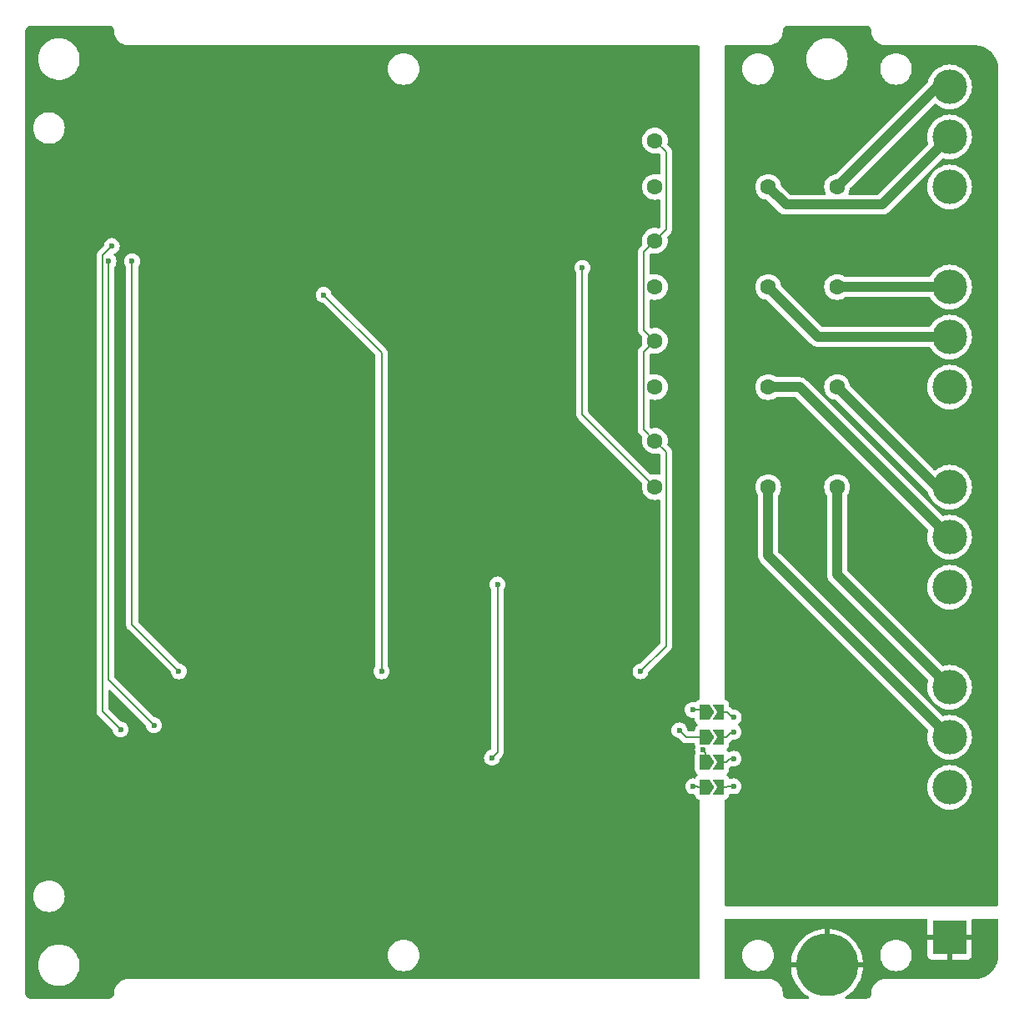
<source format=gbr>
%TF.GenerationSoftware,KiCad,Pcbnew,8.0.6-8.0.6-0~ubuntu24.04.1*%
%TF.CreationDate,2024-12-11T16:34:02+03:00*%
%TF.ProjectId,PM-Neopixel4,504d2d4e-656f-4706-9978-656c342e6b69,rev?*%
%TF.SameCoordinates,Original*%
%TF.FileFunction,Copper,L2,Bot*%
%TF.FilePolarity,Positive*%
%FSLAX46Y46*%
G04 Gerber Fmt 4.6, Leading zero omitted, Abs format (unit mm)*
G04 Created by KiCad (PCBNEW 8.0.6-8.0.6-0~ubuntu24.04.1) date 2024-12-11 16:34:02*
%MOMM*%
%LPD*%
G01*
G04 APERTURE LIST*
G04 Aperture macros list*
%AMFreePoly0*
4,1,6,1.000000,0.000000,0.500000,-0.750000,-0.500000,-0.750000,-0.500000,0.750000,0.500000,0.750000,1.000000,0.000000,1.000000,0.000000,$1*%
%AMFreePoly1*
4,1,6,0.500000,-0.750000,-0.650000,-0.750000,-0.150000,0.000000,-0.650000,0.750000,0.500000,0.750000,0.500000,-0.750000,0.500000,-0.750000,$1*%
G04 Aperture macros list end*
%TA.AperFunction,ComponentPad*%
%ADD10C,1.608000*%
%TD*%
%TA.AperFunction,ComponentPad*%
%ADD11R,3.500000X3.500000*%
%TD*%
%TA.AperFunction,ComponentPad*%
%ADD12C,3.500000*%
%TD*%
%TA.AperFunction,ComponentPad*%
%ADD13O,6.350000X6.350000*%
%TD*%
%TA.AperFunction,SMDPad,CuDef*%
%ADD14FreePoly0,0.000000*%
%TD*%
%TA.AperFunction,SMDPad,CuDef*%
%ADD15FreePoly1,0.000000*%
%TD*%
%TA.AperFunction,ViaPad*%
%ADD16C,0.600000*%
%TD*%
%TA.AperFunction,Conductor*%
%ADD17C,0.200000*%
%TD*%
%TA.AperFunction,Conductor*%
%ADD18C,1.000000*%
%TD*%
G04 APERTURE END LIST*
D10*
%TO.P,K0,1,1*%
%TO.N,/K0*%
X14520000Y33020000D03*
%TO.P,K0,2,2*%
%TO.N,Net-(J2-Pin_17)*%
X26020000Y33020000D03*
%TO.P,K0,3,3*%
%TO.N,Net-(J2-Pin_18)*%
X33020000Y33020000D03*
%TO.P,K0,4,4*%
%TO.N,+5V*%
X14520000Y37720000D03*
%TD*%
%TO.P,K2,1,1*%
%TO.N,/K2*%
X14520000Y12700000D03*
%TO.P,K2,2,2*%
%TO.N,Net-(J2-Pin_9)*%
X26020000Y12700000D03*
%TO.P,K2,3,3*%
%TO.N,Net-(J2-Pin_10)*%
X33020000Y12700000D03*
%TO.P,K2,4,4*%
%TO.N,+5V*%
X14520000Y17400000D03*
%TD*%
D11*
%TO.P,J2,1,Pin_1*%
%TO.N,/PE*%
X44450000Y-43180000D03*
D12*
%TO.P,J2,2,Pin_2*%
%TO.N,GND_ISO*%
X44450000Y-38100000D03*
%TO.P,J2,3,Pin_3*%
X44450000Y-33020000D03*
%TO.P,J2,4,Pin_4*%
%TO.N,/3.DI*%
X44450000Y-27940000D03*
%TO.P,J2,5,Pin_5*%
%TO.N,Net-(J2-Pin_5)*%
X44450000Y-22860000D03*
%TO.P,J2,6,Pin_6*%
%TO.N,Net-(J2-Pin_6)*%
X44450000Y-17780000D03*
%TO.P,J2,7,Pin_7*%
%TO.N,GND_ISO*%
X44450000Y-12700000D03*
%TO.P,J2,8,Pin_8*%
%TO.N,/2.DI*%
X44450000Y-7620000D03*
%TO.P,J2,9,Pin_9*%
%TO.N,Net-(J2-Pin_9)*%
X44450000Y-2540000D03*
%TO.P,J2,10,Pin_10*%
%TO.N,Net-(J2-Pin_10)*%
X44450000Y2540000D03*
%TO.P,J2,11,Pin_11*%
%TO.N,GND_ISO*%
X44450000Y7620000D03*
%TO.P,J2,12,Pin_12*%
%TO.N,/1.DI*%
X44450000Y12700000D03*
%TO.P,J2,13,Pin_13*%
%TO.N,Net-(J2-Pin_13)*%
X44450000Y17780000D03*
%TO.P,J2,14,Pin_14*%
%TO.N,Net-(J2-Pin_14)*%
X44450000Y22860000D03*
%TO.P,J2,15,Pin_15*%
%TO.N,GND_ISO*%
X44450000Y27940000D03*
%TO.P,J2,16,Pin_16*%
%TO.N,/0.DI*%
X44450000Y33020000D03*
%TO.P,J2,17,Pin_17*%
%TO.N,Net-(J2-Pin_17)*%
X44450000Y38100000D03*
%TO.P,J2,18,Pin_18*%
%TO.N,Net-(J2-Pin_18)*%
X44450000Y43180000D03*
%TD*%
D10*
%TO.P,K1,1,1*%
%TO.N,/K1*%
X14520000Y22860000D03*
%TO.P,K1,2,2*%
%TO.N,Net-(J2-Pin_13)*%
X26020000Y22860000D03*
%TO.P,K1,3,3*%
%TO.N,Net-(J2-Pin_14)*%
X33020000Y22860000D03*
%TO.P,K1,4,4*%
%TO.N,+5V*%
X14520000Y27560000D03*
%TD*%
D13*
%TO.P,PE1,1*%
%TO.N,/PE*%
X32000000Y-46000000D03*
%TD*%
D10*
%TO.P,K3,1,1*%
%TO.N,/K3*%
X14520000Y2540000D03*
%TO.P,K3,2,2*%
%TO.N,Net-(J2-Pin_5)*%
X26020000Y2540000D03*
%TO.P,K3,3,3*%
%TO.N,Net-(J2-Pin_6)*%
X33020000Y2540000D03*
%TO.P,K3,4,4*%
%TO.N,+5V*%
X14520000Y7240000D03*
%TD*%
D14*
%TO.P,JP3,1,A*%
%TO.N,Net-(JP3-A)*%
X19595000Y-25400000D03*
D15*
%TO.P,JP3,2,B*%
%TO.N,Net-(JP3-B)*%
X21045000Y-25400000D03*
%TD*%
D14*
%TO.P,JP1,1,A*%
%TO.N,Net-(JP1-A)*%
X19580000Y-20320000D03*
D15*
%TO.P,JP1,2,B*%
%TO.N,Net-(JP1-B)*%
X21030000Y-20320000D03*
%TD*%
D14*
%TO.P,JP2,1,A*%
%TO.N,Net-(JP2-A)*%
X19595000Y-22860000D03*
D15*
%TO.P,JP2,2,B*%
%TO.N,Net-(JP2-B)*%
X21045000Y-22860000D03*
%TD*%
D14*
%TO.P,JP4,1,A*%
%TO.N,Net-(JP4-A)*%
X19595000Y-27940000D03*
D15*
%TO.P,JP4,2,B*%
%TO.N,Net-(JP4-B)*%
X21045000Y-27940000D03*
%TD*%
D16*
%TO.N,GND*%
X-35560000Y-2540000D03*
X-33020000Y0D03*
X-35560000Y22860000D03*
X10795000Y-19685000D03*
X-33020000Y-2540000D03*
X-35560000Y0D03*
%TO.N,+3.3V*%
X-19117400Y22059400D03*
X-13235000Y-16176200D03*
%TO.N,+5V*%
X13052100Y-16176200D03*
%TO.N,/K3*%
X7154900Y24802100D03*
%TO.N,GND_ISO*%
X28194000Y-26162000D03*
%TO.N,/subplates/2.DI*%
X-36343900Y-21637900D03*
X-40951300Y25459500D03*
%TO.N,/subplates/1.DI*%
X-40628600Y27019000D03*
X-39724600Y-22077400D03*
%TO.N,/subplates/0.DI*%
X-33823400Y-16176200D03*
X-38561300Y25458300D03*
%TO.N,/subplates/3.DI*%
X-2026900Y-24944000D03*
X-1470200Y-7352600D03*
%TO.N,Net-(JP1-B)*%
X22530000Y-20829000D03*
%TO.N,Net-(JP1-A)*%
X18363800Y-20079000D03*
%TO.N,Net-(JP2-B)*%
X22500000Y-22329100D03*
%TO.N,Net-(JP2-A)*%
X17009000Y-22154300D03*
%TO.N,Net-(JP3-B)*%
X22501300Y-25038900D03*
%TO.N,Net-(JP3-A)*%
X19387400Y-24130000D03*
%TO.N,Net-(JP4-B)*%
X22500000Y-27840200D03*
%TO.N,Net-(JP4-A)*%
X18408800Y-27840200D03*
%TD*%
D17*
%TO.N,+3.3V*%
X-13235000Y16177000D02*
X-13235000Y-16176200D01*
X-19117400Y22059400D02*
X-13235000Y16177000D01*
%TO.N,+5V*%
X13414300Y18505700D02*
X13414300Y26454300D01*
X15640700Y28680700D02*
X15640700Y36599300D01*
X15640700Y6119300D02*
X15640700Y-13587600D01*
X15640700Y-13587600D02*
X13052100Y-16176200D01*
X14520000Y7240000D02*
X13354000Y8406000D01*
X13354000Y16234000D02*
X14520000Y17400000D01*
X14520000Y7240000D02*
X15640700Y6119300D01*
X13414300Y26454300D02*
X14520000Y27560000D01*
X14520000Y27560000D02*
X15640700Y28680700D01*
X13354000Y8406000D02*
X13354000Y16234000D01*
X14520000Y17400000D02*
X13414300Y18505700D01*
X15640700Y36599300D02*
X14520000Y37720000D01*
D18*
%TO.N,Net-(J2-Pin_18)*%
X33020000Y33020000D02*
X43180000Y43180000D01*
X43180000Y43180000D02*
X44450000Y43180000D01*
%TO.N,Net-(J2-Pin_13)*%
X26020000Y22860000D02*
X31100000Y17780000D01*
X31100000Y17780000D02*
X44450000Y17780000D01*
%TO.N,Net-(J2-Pin_9)*%
X29210000Y12700000D02*
X44450000Y-2540000D01*
X26020000Y12700000D02*
X29210000Y12700000D01*
%TO.N,Net-(J2-Pin_17)*%
X27824000Y31216000D02*
X37566000Y31216000D01*
X37566000Y31216000D02*
X44450000Y38100000D01*
X26020000Y33020000D02*
X27824000Y31216000D01*
%TO.N,Net-(J2-Pin_10)*%
X43180000Y2540000D02*
X44450000Y2540000D01*
X33020000Y12700000D02*
X43180000Y2540000D01*
%TO.N,Net-(J2-Pin_6)*%
X33020000Y-6350000D02*
X44450000Y-17780000D01*
X33020000Y2540000D02*
X33020000Y-6350000D01*
%TO.N,Net-(J2-Pin_14)*%
X33020000Y22860000D02*
X44450000Y22860000D01*
%TO.N,Net-(J2-Pin_5)*%
X26020000Y2540000D02*
X26020000Y-4430000D01*
X26020000Y-4430000D02*
X44450000Y-22860000D01*
D17*
%TO.N,/K3*%
X14520000Y2540000D02*
X7154900Y9905100D01*
X7154900Y9905100D02*
X7154900Y24802100D01*
%TO.N,/subplates/2.DI*%
X-36343900Y-21637900D02*
X-40951300Y-17030500D01*
X-40951300Y-17030500D02*
X-40951300Y25459500D01*
%TO.N,/subplates/1.DI*%
X-41589100Y-20212900D02*
X-41589100Y26058500D01*
X-39724600Y-22077400D02*
X-41589100Y-20212900D01*
X-41589100Y26058500D02*
X-40628600Y27019000D01*
%TO.N,/subplates/0.DI*%
X-33823400Y-16176200D02*
X-38561300Y-11438300D01*
X-38561300Y-11438300D02*
X-38561300Y25458300D01*
%TO.N,/subplates/3.DI*%
X-1470200Y-7352600D02*
X-1470200Y-24387300D01*
X-1470200Y-24387300D02*
X-2026900Y-24944000D01*
%TO.N,Net-(JP1-B)*%
X21030000Y-20320000D02*
X21831700Y-20320000D01*
X22340700Y-20829000D02*
X21831700Y-20320000D01*
X22530000Y-20829000D02*
X22340700Y-20829000D01*
%TO.N,Net-(JP1-A)*%
X19339000Y-20079000D02*
X19580000Y-20320000D01*
X18363800Y-20079000D02*
X19339000Y-20079000D01*
%TO.N,Net-(JP2-B)*%
X22302600Y-22329100D02*
X21771700Y-22860000D01*
X20970000Y-22860000D02*
X21771700Y-22860000D01*
X22500000Y-22329100D02*
X22302600Y-22329100D01*
%TO.N,Net-(JP2-A)*%
X17714700Y-22860000D02*
X17009000Y-22154300D01*
X19670000Y-22860000D02*
X17714700Y-22860000D01*
%TO.N,Net-(JP3-B)*%
X22132800Y-25038900D02*
X22501300Y-25038900D01*
X20970000Y-25400000D02*
X21771700Y-25400000D01*
X21771700Y-25400000D02*
X22132800Y-25038900D01*
%TO.N,Net-(JP3-A)*%
X19605700Y-24348300D02*
X19670000Y-24348300D01*
X19387400Y-24130000D02*
X19605700Y-24348300D01*
X19670000Y-25400000D02*
X19670000Y-24348300D01*
%TO.N,Net-(JP4-B)*%
X20970000Y-27940000D02*
X21771700Y-27940000D01*
X21871500Y-27840200D02*
X21771700Y-27940000D01*
X22500000Y-27840200D02*
X21871500Y-27840200D01*
%TO.N,Net-(JP4-A)*%
X19670000Y-27940000D02*
X18868300Y-27940000D01*
X18408800Y-27840200D02*
X18768500Y-27840200D01*
X18768500Y-27840200D02*
X18868300Y-27940000D01*
%TD*%
%TA.AperFunction,Conductor*%
%TO.N,GND*%
G36*
X-40893078Y49398720D02*
G01*
X-40802734Y49388541D01*
X-40775669Y49382364D01*
X-40696460Y49354648D01*
X-40671447Y49342602D01*
X-40600394Y49297957D01*
X-40578687Y49280645D01*
X-40519356Y49221314D01*
X-40502043Y49199605D01*
X-40457400Y49128556D01*
X-40445352Y49103538D01*
X-40417638Y49024334D01*
X-40411460Y48997265D01*
X-40401280Y48906924D01*
X-40400500Y48893039D01*
X-40400500Y48792683D01*
X-40369956Y48580236D01*
X-40369953Y48580226D01*
X-40309483Y48374285D01*
X-40220328Y48179062D01*
X-40220321Y48179049D01*
X-40104280Y47998486D01*
X-39963725Y47836276D01*
X-39839723Y47728828D01*
X-39801513Y47695719D01*
X-39672469Y47612789D01*
X-39620952Y47579680D01*
X-39620939Y47579673D01*
X-39425716Y47490518D01*
X-39425712Y47490517D01*
X-39425710Y47490516D01*
X-39219769Y47430046D01*
X-39219768Y47430046D01*
X-39219765Y47430045D01*
X-39156416Y47420938D01*
X-39007318Y47399500D01*
X-39007317Y47399500D01*
X18926000Y47399500D01*
X18993039Y47379815D01*
X19038794Y47327011D01*
X19050000Y47275500D01*
X19050000Y-18964505D01*
X19030315Y-19031544D01*
X18977511Y-19077299D01*
X18960936Y-19083482D01*
X18870005Y-19110182D01*
X18748969Y-19187967D01*
X18748969Y-19187968D01*
X18685964Y-19260678D01*
X18627185Y-19298452D01*
X18557316Y-19298451D01*
X18551304Y-19296518D01*
X18543056Y-19293632D01*
X18543046Y-19293630D01*
X18363804Y-19273435D01*
X18363796Y-19273435D01*
X18184550Y-19293630D01*
X18184545Y-19293631D01*
X18014276Y-19353211D01*
X17861537Y-19449184D01*
X17733984Y-19576737D01*
X17638011Y-19729476D01*
X17578431Y-19899745D01*
X17578430Y-19899750D01*
X17558235Y-20078996D01*
X17558235Y-20079003D01*
X17578430Y-20258249D01*
X17578431Y-20258254D01*
X17638011Y-20428523D01*
X17733984Y-20581262D01*
X17861538Y-20708816D01*
X18014278Y-20804789D01*
X18184545Y-20864368D01*
X18184550Y-20864369D01*
X18363796Y-20884565D01*
X18363800Y-20884565D01*
X18363804Y-20884565D01*
X18436617Y-20876361D01*
X18505438Y-20888415D01*
X18556818Y-20935765D01*
X18574500Y-20999581D01*
X18574500Y-21070002D01*
X18579644Y-21141940D01*
X18620182Y-21279994D01*
X18697967Y-21401030D01*
X18697971Y-21401034D01*
X18813408Y-21501062D01*
X18811990Y-21502697D01*
X18849829Y-21546366D01*
X18859773Y-21615524D01*
X18830749Y-21679080D01*
X18804075Y-21702193D01*
X18763970Y-21727967D01*
X18763965Y-21727971D01*
X18669750Y-21836700D01*
X18669744Y-21836709D01*
X18609976Y-21967580D01*
X18609975Y-21967585D01*
X18589500Y-22109999D01*
X18589500Y-22135500D01*
X18569815Y-22202539D01*
X18517011Y-22248294D01*
X18465500Y-22259500D01*
X18014799Y-22259500D01*
X17947760Y-22239815D01*
X17927118Y-22223182D01*
X17839700Y-22135765D01*
X17806215Y-22074442D01*
X17804162Y-22061983D01*
X17794368Y-21975045D01*
X17734789Y-21804778D01*
X17638816Y-21652038D01*
X17511262Y-21524484D01*
X17464743Y-21495254D01*
X17358523Y-21428511D01*
X17188254Y-21368931D01*
X17188249Y-21368930D01*
X17009004Y-21348735D01*
X17008996Y-21348735D01*
X16829750Y-21368930D01*
X16829745Y-21368931D01*
X16659476Y-21428511D01*
X16506737Y-21524484D01*
X16379184Y-21652037D01*
X16283211Y-21804776D01*
X16223631Y-21975045D01*
X16223630Y-21975050D01*
X16203435Y-22154296D01*
X16203435Y-22154303D01*
X16223630Y-22333549D01*
X16223631Y-22333554D01*
X16283211Y-22503823D01*
X16330825Y-22579599D01*
X16379184Y-22656562D01*
X16506738Y-22784116D01*
X16659478Y-22880089D01*
X16829745Y-22939668D01*
X16916669Y-22949461D01*
X16981080Y-22976526D01*
X16990464Y-22984999D01*
X17345984Y-23340520D01*
X17345986Y-23340521D01*
X17345990Y-23340524D01*
X17482909Y-23419573D01*
X17482916Y-23419577D01*
X17635643Y-23460501D01*
X17635645Y-23460501D01*
X17801354Y-23460501D01*
X17801370Y-23460500D01*
X18465500Y-23460500D01*
X18532539Y-23480185D01*
X18578294Y-23532989D01*
X18589500Y-23584500D01*
X18589500Y-23610002D01*
X18594645Y-23681941D01*
X18629698Y-23801319D01*
X18629698Y-23871188D01*
X18627763Y-23877208D01*
X18602031Y-23950747D01*
X18581835Y-24129996D01*
X18581835Y-24130003D01*
X18602031Y-24309252D01*
X18628294Y-24384308D01*
X18631855Y-24454086D01*
X18624047Y-24476772D01*
X18609975Y-24507584D01*
X18589500Y-24649999D01*
X18589500Y-26150002D01*
X18594644Y-26221940D01*
X18635182Y-26359994D01*
X18712967Y-26481030D01*
X18712968Y-26481031D01*
X18712969Y-26481032D01*
X18821706Y-26575254D01*
X18821708Y-26575254D01*
X18826134Y-26579090D01*
X18863908Y-26637869D01*
X18863908Y-26707738D01*
X18826133Y-26766516D01*
X18811972Y-26777118D01*
X18763967Y-26807969D01*
X18763965Y-26807971D01*
X18669750Y-26916700D01*
X18669745Y-26916708D01*
X18643099Y-26975053D01*
X18597343Y-27027856D01*
X18530303Y-27047540D01*
X18516422Y-27046760D01*
X18408804Y-27034635D01*
X18408796Y-27034635D01*
X18229550Y-27054830D01*
X18229545Y-27054831D01*
X18059276Y-27114411D01*
X17906537Y-27210384D01*
X17778984Y-27337937D01*
X17683011Y-27490676D01*
X17623431Y-27660945D01*
X17623430Y-27660950D01*
X17603235Y-27840196D01*
X17603235Y-27840203D01*
X17623430Y-28019449D01*
X17623431Y-28019454D01*
X17683011Y-28189723D01*
X17778984Y-28342462D01*
X17906538Y-28470016D01*
X18059278Y-28565989D01*
X18228099Y-28625062D01*
X18229545Y-28625568D01*
X18229550Y-28625569D01*
X18408796Y-28645765D01*
X18408800Y-28645765D01*
X18408801Y-28645765D01*
X18416740Y-28644870D01*
X18456563Y-28640383D01*
X18525384Y-28652437D01*
X18576764Y-28699785D01*
X18594131Y-28754756D01*
X18594644Y-28761940D01*
X18635182Y-28899994D01*
X18712967Y-29021030D01*
X18712969Y-29021032D01*
X18821706Y-29115254D01*
X18880289Y-29142008D01*
X18952583Y-29175024D01*
X18960931Y-29177475D01*
X19019711Y-29215247D01*
X19048737Y-29278802D01*
X19050000Y-29296453D01*
X19050000Y-47275500D01*
X19030315Y-47342539D01*
X18977511Y-47388294D01*
X18926000Y-47399500D01*
X-39007318Y-47399500D01*
X-39219765Y-47430044D01*
X-39219775Y-47430047D01*
X-39425716Y-47490517D01*
X-39620939Y-47579672D01*
X-39620952Y-47579679D01*
X-39801515Y-47695720D01*
X-39963725Y-47836275D01*
X-40104280Y-47998485D01*
X-40220321Y-48179048D01*
X-40220328Y-48179061D01*
X-40309483Y-48374284D01*
X-40369953Y-48580225D01*
X-40369956Y-48580235D01*
X-40400500Y-48792682D01*
X-40400500Y-48893038D01*
X-40401280Y-48906923D01*
X-40411460Y-48997264D01*
X-40417638Y-49024333D01*
X-40445352Y-49103537D01*
X-40457400Y-49128555D01*
X-40502043Y-49199604D01*
X-40519356Y-49221313D01*
X-40578687Y-49280644D01*
X-40600396Y-49297957D01*
X-40671445Y-49342600D01*
X-40696463Y-49354648D01*
X-40775667Y-49382362D01*
X-40802736Y-49388540D01*
X-40882925Y-49397576D01*
X-40893079Y-49398720D01*
X-40906962Y-49399500D01*
X-48893038Y-49399500D01*
X-48906922Y-49398720D01*
X-48919447Y-49397308D01*
X-48997265Y-49388540D01*
X-49024334Y-49382362D01*
X-49103538Y-49354648D01*
X-49128556Y-49342600D01*
X-49199605Y-49297957D01*
X-49221314Y-49280644D01*
X-49280645Y-49221313D01*
X-49297958Y-49199604D01*
X-49342601Y-49128555D01*
X-49354649Y-49103537D01*
X-49382363Y-49024333D01*
X-49388541Y-48997263D01*
X-49398720Y-48906922D01*
X-49399500Y-48893038D01*
X-49399500Y-46000000D01*
X-48105408Y-46000000D01*
X-48085799Y-46286680D01*
X-48085799Y-46286684D01*
X-48085798Y-46286686D01*
X-48064016Y-46391509D01*
X-48027334Y-46568034D01*
X-48027333Y-46568037D01*
X-47931106Y-46838793D01*
X-47931107Y-46838793D01*
X-47798902Y-47093935D01*
X-47633188Y-47328700D01*
X-47548077Y-47419831D01*
X-47437053Y-47538708D01*
X-47214147Y-47720055D01*
X-47023031Y-47836276D01*
X-46968618Y-47869365D01*
X-46781763Y-47950526D01*
X-46705058Y-47983844D01*
X-46428358Y-48061371D01*
X-46196890Y-48093186D01*
X-46143679Y-48100500D01*
X-46143678Y-48100500D01*
X-45856321Y-48100500D01*
X-45803110Y-48093186D01*
X-45571642Y-48061371D01*
X-45294942Y-47983844D01*
X-45181985Y-47934779D01*
X-45031383Y-47869365D01*
X-45031380Y-47869363D01*
X-45031375Y-47869361D01*
X-44785853Y-47720055D01*
X-44562947Y-47538708D01*
X-44366811Y-47328698D01*
X-44201099Y-47093936D01*
X-44068896Y-46838797D01*
X-43972666Y-46568032D01*
X-43914202Y-46286686D01*
X-43894592Y-46000000D01*
X-43914202Y-45713314D01*
X-43972666Y-45431968D01*
X-44068895Y-45161206D01*
X-44068894Y-45161206D01*
X-44152425Y-45000000D01*
X-12605449Y-45000000D01*
X-12585683Y-45251151D01*
X-12526874Y-45496110D01*
X-12430467Y-45728859D01*
X-12298840Y-45943653D01*
X-12298839Y-45943656D01*
X-12298836Y-45943659D01*
X-12135224Y-46135224D01*
X-11986934Y-46261875D01*
X-11943657Y-46298838D01*
X-11943654Y-46298839D01*
X-11728860Y-46430466D01*
X-11496111Y-46526873D01*
X-11251148Y-46585683D01*
X-11000000Y-46605449D01*
X-10748852Y-46585683D01*
X-10503889Y-46526873D01*
X-10271141Y-46430466D01*
X-10056341Y-46298836D01*
X-9864776Y-46135224D01*
X-9701164Y-45943659D01*
X-9569534Y-45728859D01*
X-9473127Y-45496111D01*
X-9414317Y-45251148D01*
X-9394551Y-45000000D01*
X-9414317Y-44748852D01*
X-9473127Y-44503889D01*
X-9565887Y-44279945D01*
X-9569534Y-44271140D01*
X-9701161Y-44056346D01*
X-9701162Y-44056343D01*
X-9801700Y-43938629D01*
X-9864776Y-43864776D01*
X-9991429Y-43756604D01*
X-10056344Y-43701161D01*
X-10056347Y-43701160D01*
X-10271141Y-43569533D01*
X-10503890Y-43473126D01*
X-10748849Y-43414317D01*
X-11000000Y-43394551D01*
X-11251152Y-43414317D01*
X-11496111Y-43473126D01*
X-11728860Y-43569533D01*
X-11943654Y-43701160D01*
X-11943657Y-43701161D01*
X-12135224Y-43864776D01*
X-12298839Y-44056343D01*
X-12298840Y-44056346D01*
X-12430467Y-44271140D01*
X-12526874Y-44503889D01*
X-12585683Y-44748848D01*
X-12605449Y-45000000D01*
X-44152425Y-45000000D01*
X-44201099Y-44906064D01*
X-44366813Y-44671299D01*
X-44455734Y-44576089D01*
X-44562947Y-44461292D01*
X-44785853Y-44279945D01*
X-44785854Y-44279944D01*
X-45031383Y-44130634D01*
X-45294937Y-44016158D01*
X-45294939Y-44016157D01*
X-45294942Y-44016156D01*
X-45424422Y-43979877D01*
X-45571636Y-43938630D01*
X-45571641Y-43938629D01*
X-45571642Y-43938629D01*
X-45713982Y-43919064D01*
X-45856321Y-43899500D01*
X-45856322Y-43899500D01*
X-46143678Y-43899500D01*
X-46143679Y-43899500D01*
X-46428358Y-43938629D01*
X-46428365Y-43938630D01*
X-46636139Y-43996845D01*
X-46705058Y-44016156D01*
X-46705061Y-44016156D01*
X-46705064Y-44016158D01*
X-46705065Y-44016158D01*
X-46968618Y-44130634D01*
X-47214147Y-44279944D01*
X-47437050Y-44461289D01*
X-47633188Y-44671299D01*
X-47798902Y-44906064D01*
X-47931106Y-45161206D01*
X-48027333Y-45431962D01*
X-48027334Y-45431965D01*
X-48085799Y-45713319D01*
X-48105408Y-46000000D01*
X-49399500Y-46000000D01*
X-49399500Y-39000000D01*
X-48605449Y-39000000D01*
X-48585683Y-39251151D01*
X-48526874Y-39496110D01*
X-48430467Y-39728859D01*
X-48298840Y-39943653D01*
X-48298839Y-39943656D01*
X-48298836Y-39943659D01*
X-48135224Y-40135224D01*
X-47986934Y-40261875D01*
X-47943657Y-40298838D01*
X-47943654Y-40298839D01*
X-47728860Y-40430466D01*
X-47496111Y-40526873D01*
X-47251148Y-40585683D01*
X-47000000Y-40605449D01*
X-46748852Y-40585683D01*
X-46503889Y-40526873D01*
X-46271141Y-40430466D01*
X-46056341Y-40298836D01*
X-45864776Y-40135224D01*
X-45701164Y-39943659D01*
X-45569534Y-39728859D01*
X-45473127Y-39496111D01*
X-45414317Y-39251148D01*
X-45394551Y-39000000D01*
X-45414317Y-38748852D01*
X-45473127Y-38503889D01*
X-45569534Y-38271141D01*
X-45569534Y-38271140D01*
X-45701161Y-38056346D01*
X-45701162Y-38056343D01*
X-45738125Y-38013066D01*
X-45864776Y-37864776D01*
X-45991429Y-37756604D01*
X-46056344Y-37701161D01*
X-46056347Y-37701160D01*
X-46271141Y-37569533D01*
X-46503890Y-37473126D01*
X-46748849Y-37414317D01*
X-47000000Y-37394551D01*
X-47251152Y-37414317D01*
X-47496111Y-37473126D01*
X-47728860Y-37569533D01*
X-47943654Y-37701160D01*
X-47943657Y-37701161D01*
X-48135224Y-37864776D01*
X-48298839Y-38056343D01*
X-48298840Y-38056346D01*
X-48430467Y-38271140D01*
X-48526874Y-38503889D01*
X-48585683Y-38748848D01*
X-48605449Y-39000000D01*
X-49399500Y-39000000D01*
X-49399500Y-24943996D01*
X-2832465Y-24943996D01*
X-2832465Y-24944003D01*
X-2812270Y-25123249D01*
X-2812269Y-25123254D01*
X-2752689Y-25293523D01*
X-2691122Y-25391506D01*
X-2656716Y-25446262D01*
X-2529162Y-25573816D01*
X-2376422Y-25669789D01*
X-2206155Y-25729368D01*
X-2206150Y-25729369D01*
X-2026904Y-25749565D01*
X-2026900Y-25749565D01*
X-2026896Y-25749565D01*
X-1847651Y-25729369D01*
X-1847648Y-25729368D01*
X-1847645Y-25729368D01*
X-1677378Y-25669789D01*
X-1524638Y-25573816D01*
X-1397084Y-25446262D01*
X-1301111Y-25293522D01*
X-1241532Y-25123255D01*
X-1231739Y-25036329D01*
X-1204674Y-24971919D01*
X-1196212Y-24962545D01*
X-989680Y-24756016D01*
X-910623Y-24619084D01*
X-869699Y-24466357D01*
X-869699Y-24308242D01*
X-869699Y-24300647D01*
X-869700Y-24300629D01*
X-869700Y-7935012D01*
X-850015Y-7867973D01*
X-842645Y-7857697D01*
X-840390Y-7854867D01*
X-840384Y-7854862D01*
X-744411Y-7702122D01*
X-684832Y-7531855D01*
X-664635Y-7352600D01*
X-684832Y-7173345D01*
X-744411Y-7003078D01*
X-840384Y-6850338D01*
X-967938Y-6722784D01*
X-1120677Y-6626811D01*
X-1290946Y-6567231D01*
X-1290951Y-6567230D01*
X-1470196Y-6547035D01*
X-1470204Y-6547035D01*
X-1649450Y-6567230D01*
X-1649455Y-6567231D01*
X-1819724Y-6626811D01*
X-1972463Y-6722784D01*
X-2100016Y-6850337D01*
X-2195989Y-7003076D01*
X-2255569Y-7173345D01*
X-2255570Y-7173350D01*
X-2275765Y-7352596D01*
X-2275765Y-7352603D01*
X-2255570Y-7531849D01*
X-2255569Y-7531854D01*
X-2195989Y-7702123D01*
X-2100015Y-7854863D01*
X-2097755Y-7857697D01*
X-2096866Y-7859875D01*
X-2096311Y-7860758D01*
X-2096466Y-7860855D01*
X-2071345Y-7922383D01*
X-2070700Y-7935012D01*
X-2070700Y-24032556D01*
X-2090385Y-24099595D01*
X-2143189Y-24145350D01*
X-2180815Y-24155776D01*
X-2206150Y-24158630D01*
X-2376422Y-24218210D01*
X-2529163Y-24314184D01*
X-2656716Y-24441737D01*
X-2752689Y-24594476D01*
X-2812269Y-24764745D01*
X-2812270Y-24764750D01*
X-2832465Y-24943996D01*
X-49399500Y-24943996D01*
X-49399500Y-20291954D01*
X-42189602Y-20291954D01*
X-42148677Y-20444685D01*
X-42119742Y-20494800D01*
X-42119741Y-20494804D01*
X-42119740Y-20494804D01*
X-42069621Y-20581614D01*
X-42069619Y-20581617D01*
X-41950751Y-20700485D01*
X-41950745Y-20700490D01*
X-40555302Y-22095933D01*
X-40521817Y-22157256D01*
X-40519763Y-22169730D01*
X-40509970Y-22256649D01*
X-40450390Y-22426921D01*
X-40402069Y-22503823D01*
X-40354416Y-22579662D01*
X-40226862Y-22707216D01*
X-40223300Y-22709454D01*
X-40104477Y-22784116D01*
X-40074122Y-22803189D01*
X-39936040Y-22851506D01*
X-39903855Y-22862768D01*
X-39903850Y-22862769D01*
X-39724604Y-22882965D01*
X-39724600Y-22882965D01*
X-39724596Y-22882965D01*
X-39545351Y-22862769D01*
X-39545348Y-22862768D01*
X-39545345Y-22862768D01*
X-39375078Y-22803189D01*
X-39222338Y-22707216D01*
X-39094784Y-22579662D01*
X-38998811Y-22426922D01*
X-38939232Y-22256655D01*
X-38938290Y-22248294D01*
X-38919035Y-22077403D01*
X-38919035Y-22077396D01*
X-38939231Y-21898150D01*
X-38939232Y-21898145D01*
X-38960729Y-21836709D01*
X-38998811Y-21727878D01*
X-39094784Y-21575138D01*
X-39222338Y-21447584D01*
X-39296428Y-21401030D01*
X-39375079Y-21351610D01*
X-39545351Y-21292030D01*
X-39632270Y-21282237D01*
X-39696684Y-21255170D01*
X-39706067Y-21246698D01*
X-40952281Y-20000484D01*
X-40985766Y-19939161D01*
X-40988600Y-19912803D01*
X-40988600Y-18141797D01*
X-40968915Y-18074758D01*
X-40916111Y-18029003D01*
X-40846953Y-18019059D01*
X-40783397Y-18048084D01*
X-40776919Y-18054116D01*
X-37174602Y-21656434D01*
X-37141117Y-21717757D01*
X-37139063Y-21730231D01*
X-37129270Y-21817149D01*
X-37069690Y-21987421D01*
X-37015011Y-22074442D01*
X-36973716Y-22140162D01*
X-36846162Y-22267716D01*
X-36755820Y-22324482D01*
X-36741390Y-22333549D01*
X-36693422Y-22363689D01*
X-36523155Y-22423268D01*
X-36523150Y-22423269D01*
X-36343904Y-22443465D01*
X-36343900Y-22443465D01*
X-36343896Y-22443465D01*
X-36164651Y-22423269D01*
X-36164648Y-22423268D01*
X-36164645Y-22423268D01*
X-35994378Y-22363689D01*
X-35841638Y-22267716D01*
X-35714084Y-22140162D01*
X-35618111Y-21987422D01*
X-35558532Y-21817155D01*
X-35548473Y-21727878D01*
X-35538335Y-21637903D01*
X-35538335Y-21637896D01*
X-35558531Y-21458650D01*
X-35558532Y-21458645D01*
X-35596991Y-21348735D01*
X-35618111Y-21288378D01*
X-35621970Y-21282237D01*
X-35657318Y-21225980D01*
X-35714084Y-21135638D01*
X-35841638Y-21008084D01*
X-35855170Y-20999581D01*
X-35994379Y-20912110D01*
X-36142051Y-20860438D01*
X-36164645Y-20852532D01*
X-36164646Y-20852531D01*
X-36164651Y-20852530D01*
X-36251569Y-20842737D01*
X-36315983Y-20815670D01*
X-36325366Y-20807198D01*
X-40314481Y-16818083D01*
X-40347966Y-16756760D01*
X-40350800Y-16730402D01*
X-40350800Y24877088D01*
X-40331115Y24944127D01*
X-40323745Y24954403D01*
X-40321490Y24957233D01*
X-40321484Y24957238D01*
X-40225511Y25109978D01*
X-40165932Y25280245D01*
X-40165931Y25280251D01*
X-40145869Y25458304D01*
X-39366865Y25458304D01*
X-39366865Y25458297D01*
X-39346670Y25279051D01*
X-39346669Y25279046D01*
X-39287089Y25108777D01*
X-39226785Y25012804D01*
X-39207021Y24981350D01*
X-39191115Y24956037D01*
X-39188855Y24953203D01*
X-39187966Y24951025D01*
X-39187411Y24950142D01*
X-39187566Y24950045D01*
X-39162445Y24888517D01*
X-39161800Y24875888D01*
X-39161800Y-11351630D01*
X-39161801Y-11351648D01*
X-39161801Y-11517354D01*
X-39161802Y-11517354D01*
X-39120877Y-11670085D01*
X-39091942Y-11720200D01*
X-39091941Y-11720204D01*
X-39091940Y-11720204D01*
X-39041821Y-11807014D01*
X-39041819Y-11807017D01*
X-38922951Y-11925885D01*
X-38922945Y-11925890D01*
X-34654102Y-16194733D01*
X-34620617Y-16256056D01*
X-34618563Y-16268530D01*
X-34608770Y-16355449D01*
X-34549190Y-16525721D01*
X-34453216Y-16678462D01*
X-34325662Y-16806016D01*
X-34172922Y-16901989D01*
X-34002655Y-16961568D01*
X-34002650Y-16961569D01*
X-33823404Y-16981765D01*
X-33823400Y-16981765D01*
X-33823396Y-16981765D01*
X-33644151Y-16961569D01*
X-33644148Y-16961568D01*
X-33644145Y-16961568D01*
X-33473878Y-16901989D01*
X-33321138Y-16806016D01*
X-33193584Y-16678462D01*
X-33097611Y-16525722D01*
X-33038032Y-16355455D01*
X-33028238Y-16268530D01*
X-33017835Y-16176203D01*
X-33017835Y-16176196D01*
X-33038031Y-15996950D01*
X-33038032Y-15996945D01*
X-33097612Y-15826676D01*
X-33193585Y-15673937D01*
X-33321138Y-15546384D01*
X-33473879Y-15450410D01*
X-33644151Y-15390830D01*
X-33731070Y-15381037D01*
X-33795484Y-15353970D01*
X-33804867Y-15345498D01*
X-37924481Y-11225884D01*
X-37957966Y-11164561D01*
X-37960800Y-11138203D01*
X-37960800Y22059404D01*
X-19922965Y22059404D01*
X-19922965Y22059397D01*
X-19902770Y21880151D01*
X-19902769Y21880146D01*
X-19843189Y21709877D01*
X-19777911Y21605988D01*
X-19747216Y21557138D01*
X-19619662Y21429584D01*
X-19466922Y21333611D01*
X-19296655Y21274032D01*
X-19209731Y21264239D01*
X-19145320Y21237174D01*
X-19135935Y21228700D01*
X-13871819Y15964584D01*
X-13838334Y15903261D01*
X-13835500Y15876903D01*
X-13835500Y-15593787D01*
X-13855185Y-15660826D01*
X-13862550Y-15671096D01*
X-13864814Y-15673934D01*
X-13960789Y-15826676D01*
X-14020369Y-15996945D01*
X-14020370Y-15996950D01*
X-14040565Y-16176196D01*
X-14040565Y-16176203D01*
X-14020370Y-16355449D01*
X-14020369Y-16355454D01*
X-13960789Y-16525723D01*
X-13864816Y-16678462D01*
X-13737262Y-16806016D01*
X-13584522Y-16901989D01*
X-13414255Y-16961568D01*
X-13414250Y-16961569D01*
X-13235004Y-16981765D01*
X-13235000Y-16981765D01*
X-13234996Y-16981765D01*
X-13055751Y-16961569D01*
X-13055748Y-16961568D01*
X-13055745Y-16961568D01*
X-12885478Y-16901989D01*
X-12732738Y-16806016D01*
X-12605184Y-16678462D01*
X-12509211Y-16525722D01*
X-12449632Y-16355455D01*
X-12439838Y-16268530D01*
X-12429435Y-16176203D01*
X-12429435Y-16176196D01*
X-12449631Y-15996950D01*
X-12449632Y-15996945D01*
X-12509212Y-15826676D01*
X-12605187Y-15673934D01*
X-12607450Y-15671096D01*
X-12608341Y-15668915D01*
X-12608889Y-15668042D01*
X-12608736Y-15667945D01*
X-12633856Y-15606409D01*
X-12634500Y-15593787D01*
X-12634500Y16087941D01*
X-12634499Y16087954D01*
X-12634499Y16256055D01*
X-12634499Y16256057D01*
X-12675423Y16408785D01*
X-12708332Y16465785D01*
X-12708332Y16465786D01*
X-12754476Y16545710D01*
X-12754479Y16545714D01*
X-12754480Y16545716D01*
X-12866284Y16657520D01*
X-12866285Y16657521D01*
X-12870615Y16661851D01*
X-12870626Y16661861D01*
X-18286700Y22077935D01*
X-18320185Y22139258D01*
X-18322237Y22151714D01*
X-18332032Y22238655D01*
X-18391611Y22408922D01*
X-18487584Y22561662D01*
X-18615138Y22689216D01*
X-18767877Y22785189D01*
X-18938146Y22844769D01*
X-18938151Y22844770D01*
X-19117396Y22864965D01*
X-19117404Y22864965D01*
X-19296650Y22844770D01*
X-19296655Y22844769D01*
X-19466924Y22785189D01*
X-19619663Y22689216D01*
X-19747216Y22561663D01*
X-19843189Y22408924D01*
X-19902769Y22238655D01*
X-19902770Y22238650D01*
X-19922965Y22059404D01*
X-37960800Y22059404D01*
X-37960800Y24802104D01*
X6349335Y24802104D01*
X6349335Y24802097D01*
X6369530Y24622851D01*
X6369531Y24622846D01*
X6429111Y24452577D01*
X6525085Y24299837D01*
X6527345Y24297003D01*
X6528234Y24294825D01*
X6528789Y24293942D01*
X6528634Y24293845D01*
X6553755Y24232317D01*
X6554400Y24219688D01*
X6554400Y9991770D01*
X6554399Y9991752D01*
X6554399Y9826046D01*
X6554398Y9826046D01*
X6595323Y9673315D01*
X6624258Y9623200D01*
X6624259Y9623196D01*
X6624260Y9623196D01*
X6674379Y9536386D01*
X6674381Y9536383D01*
X6793249Y9417515D01*
X6793255Y9417510D01*
X13224792Y2985973D01*
X13258277Y2924650D01*
X13256886Y2866200D01*
X13230413Y2767398D01*
X13230410Y2767384D01*
X13210517Y2540002D01*
X13210517Y2539999D01*
X13230410Y2312617D01*
X13230412Y2312606D01*
X13289485Y2092138D01*
X13289487Y2092134D01*
X13289488Y2092130D01*
X13337721Y1988694D01*
X13385953Y1885259D01*
X13385955Y1885255D01*
X13516872Y1698288D01*
X13516881Y1698278D01*
X13678277Y1536882D01*
X13678287Y1536873D01*
X13865254Y1405956D01*
X13865258Y1405954D01*
X14072130Y1309488D01*
X14292611Y1250411D01*
X14455031Y1236201D01*
X14519998Y1230517D01*
X14520000Y1230517D01*
X14520002Y1230517D01*
X14576847Y1235491D01*
X14747389Y1250411D01*
X14884107Y1287044D01*
X14953957Y1285381D01*
X15011819Y1246218D01*
X15039323Y1181990D01*
X15040200Y1167269D01*
X15040200Y-13287502D01*
X15020515Y-13354541D01*
X15003881Y-13375183D01*
X13033565Y-15345498D01*
X12972242Y-15378983D01*
X12959768Y-15381037D01*
X12872850Y-15390830D01*
X12702578Y-15450410D01*
X12549837Y-15546384D01*
X12422284Y-15673937D01*
X12326311Y-15826676D01*
X12266731Y-15996945D01*
X12266730Y-15996950D01*
X12246535Y-16176196D01*
X12246535Y-16176203D01*
X12266730Y-16355449D01*
X12266731Y-16355454D01*
X12326311Y-16525723D01*
X12422284Y-16678462D01*
X12549838Y-16806016D01*
X12702578Y-16901989D01*
X12872845Y-16961568D01*
X12872850Y-16961569D01*
X13052096Y-16981765D01*
X13052100Y-16981765D01*
X13052104Y-16981765D01*
X13231349Y-16961569D01*
X13231352Y-16961568D01*
X13231355Y-16961568D01*
X13401622Y-16901989D01*
X13554362Y-16806016D01*
X13681916Y-16678462D01*
X13777889Y-16525722D01*
X13837468Y-16355455D01*
X13847261Y-16268529D01*
X13874326Y-16204118D01*
X13882790Y-16194743D01*
X16009413Y-14068121D01*
X16009416Y-14068120D01*
X16121220Y-13956316D01*
X16171339Y-13869504D01*
X16200277Y-13819385D01*
X16241200Y-13666658D01*
X16241200Y-13508543D01*
X16241200Y6198357D01*
X16200277Y6351084D01*
X16200277Y6351085D01*
X16158166Y6424023D01*
X16121220Y6488016D01*
X16009416Y6599820D01*
X16009415Y6599821D01*
X16005085Y6604151D01*
X16005074Y6604161D01*
X15815207Y6794028D01*
X15781722Y6855351D01*
X15783113Y6913803D01*
X15809589Y7012611D01*
X15829483Y7240000D01*
X15809589Y7467389D01*
X15750512Y7687870D01*
X15654046Y7894741D01*
X15654044Y7894745D01*
X15523121Y8081720D01*
X15361722Y8243119D01*
X15361712Y8243128D01*
X15174745Y8374045D01*
X15174741Y8374047D01*
X15071306Y8422279D01*
X14967870Y8470512D01*
X14967866Y8470513D01*
X14967862Y8470515D01*
X14747394Y8529588D01*
X14747390Y8529589D01*
X14747389Y8529589D01*
X14747388Y8529590D01*
X14747383Y8529590D01*
X14520002Y8549483D01*
X14519998Y8549483D01*
X14292616Y8529590D01*
X14292602Y8529587D01*
X14193800Y8503114D01*
X14123950Y8504777D01*
X14074027Y8535208D01*
X13990819Y8618416D01*
X13957334Y8679739D01*
X13954500Y8706097D01*
X13954500Y11339407D01*
X13974185Y11406446D01*
X14026989Y11452201D01*
X14096147Y11462145D01*
X14110592Y11459183D01*
X14292611Y11410411D01*
X14455031Y11396201D01*
X14519998Y11390517D01*
X14520000Y11390517D01*
X14520002Y11390517D01*
X14576847Y11395491D01*
X14747389Y11410411D01*
X14967870Y11469488D01*
X15174742Y11565954D01*
X15361719Y11696878D01*
X15523122Y11858281D01*
X15654046Y12045258D01*
X15750512Y12252130D01*
X15809589Y12472611D01*
X15829483Y12700000D01*
X15809589Y12927389D01*
X15750512Y13147870D01*
X15654046Y13354741D01*
X15654044Y13354745D01*
X15523121Y13541720D01*
X15361722Y13703119D01*
X15361712Y13703128D01*
X15174745Y13834045D01*
X15174741Y13834047D01*
X15071306Y13882279D01*
X14967870Y13930512D01*
X14967866Y13930513D01*
X14967862Y13930515D01*
X14747394Y13989588D01*
X14747390Y13989589D01*
X14747389Y13989589D01*
X14747388Y13989590D01*
X14747383Y13989590D01*
X14520002Y14009483D01*
X14519998Y14009483D01*
X14292616Y13989590D01*
X14292605Y13989588D01*
X14110593Y13940819D01*
X14040743Y13942482D01*
X13982880Y13981645D01*
X13955377Y14045874D01*
X13954500Y14060594D01*
X13954500Y15933904D01*
X13974185Y16000943D01*
X13990815Y16021581D01*
X14074027Y16104794D01*
X14135350Y16138278D01*
X14193801Y16136887D01*
X14292611Y16110411D01*
X14455031Y16096201D01*
X14519998Y16090517D01*
X14520000Y16090517D01*
X14520002Y16090517D01*
X14576847Y16095491D01*
X14747389Y16110411D01*
X14967870Y16169488D01*
X15174742Y16265954D01*
X15242012Y16313057D01*
X15361712Y16396873D01*
X15361712Y16396874D01*
X15361719Y16396878D01*
X15523122Y16558281D01*
X15554236Y16602716D01*
X15654044Y16745255D01*
X15654046Y16745259D01*
X15750512Y16952130D01*
X15809589Y17172611D01*
X15829483Y17400000D01*
X15809589Y17627389D01*
X15750512Y17847870D01*
X15654046Y18054741D01*
X15654044Y18054745D01*
X15523121Y18241720D01*
X15361722Y18403119D01*
X15361712Y18403128D01*
X15174745Y18534045D01*
X15174741Y18534047D01*
X15049666Y18592370D01*
X14967870Y18630512D01*
X14967866Y18630513D01*
X14967862Y18630515D01*
X14747394Y18689588D01*
X14747390Y18689589D01*
X14747389Y18689589D01*
X14747388Y18689590D01*
X14747383Y18689590D01*
X14520002Y18709483D01*
X14519998Y18709483D01*
X14292616Y18689590D01*
X14292602Y18689587D01*
X14193800Y18663114D01*
X14123950Y18664777D01*
X14074027Y18695208D01*
X14051119Y18718116D01*
X14017634Y18779439D01*
X14014800Y18805797D01*
X14014800Y21483250D01*
X14034485Y21550289D01*
X14087289Y21596044D01*
X14156447Y21605988D01*
X14170890Y21603026D01*
X14292611Y21570411D01*
X14444322Y21557138D01*
X14519998Y21550517D01*
X14520000Y21550517D01*
X14520002Y21550517D01*
X14595678Y21557138D01*
X14747389Y21570411D01*
X14967870Y21629488D01*
X15174742Y21725954D01*
X15361719Y21856878D01*
X15523122Y22018281D01*
X15654046Y22205258D01*
X15750512Y22412130D01*
X15809589Y22632611D01*
X15828150Y22844768D01*
X15829483Y22859999D01*
X15829483Y22860002D01*
X15809589Y23087384D01*
X15809589Y23087389D01*
X15750512Y23307870D01*
X15654046Y23514741D01*
X15654044Y23514745D01*
X15523121Y23701720D01*
X15361722Y23863119D01*
X15361712Y23863128D01*
X15174745Y23994045D01*
X15174741Y23994047D01*
X15025199Y24063779D01*
X14967870Y24090512D01*
X14967866Y24090513D01*
X14967862Y24090515D01*
X14747394Y24149588D01*
X14747390Y24149589D01*
X14747389Y24149589D01*
X14747388Y24149590D01*
X14747383Y24149590D01*
X14520002Y24169483D01*
X14519998Y24169483D01*
X14292616Y24149590D01*
X14292602Y24149587D01*
X14170892Y24116976D01*
X14101043Y24118639D01*
X14043180Y24157802D01*
X14015677Y24222031D01*
X14014800Y24236751D01*
X14014800Y26154203D01*
X14034485Y26221242D01*
X14051119Y26241884D01*
X14074028Y26264793D01*
X14135351Y26298278D01*
X14193801Y26296888D01*
X14292611Y26270411D01*
X14455031Y26256201D01*
X14519998Y26250517D01*
X14520000Y26250517D01*
X14520002Y26250517D01*
X14576847Y26255491D01*
X14747389Y26270411D01*
X14967870Y26329488D01*
X15174742Y26425954D01*
X15336216Y26539020D01*
X15361712Y26556873D01*
X15361712Y26556874D01*
X15361719Y26556878D01*
X15523122Y26718281D01*
X15654046Y26905258D01*
X15750512Y27112130D01*
X15809589Y27332611D01*
X15829483Y27560000D01*
X15809589Y27787389D01*
X15783113Y27886200D01*
X15784776Y27956050D01*
X15815205Y28005972D01*
X15999206Y28189972D01*
X15999211Y28189976D01*
X16009414Y28200180D01*
X16009416Y28200180D01*
X16121220Y28311984D01*
X16173028Y28401719D01*
X16200277Y28448915D01*
X16241200Y28601643D01*
X16241200Y28759757D01*
X16241200Y36678357D01*
X16200277Y36831084D01*
X16200277Y36831085D01*
X16158166Y36904023D01*
X16121220Y36968016D01*
X16009416Y37079820D01*
X16009415Y37079821D01*
X16005085Y37084151D01*
X16005074Y37084161D01*
X15815207Y37274028D01*
X15781722Y37335351D01*
X15783113Y37393803D01*
X15809589Y37492611D01*
X15829483Y37720000D01*
X15809589Y37947389D01*
X15750512Y38167870D01*
X15654046Y38374741D01*
X15654044Y38374745D01*
X15523121Y38561720D01*
X15361722Y38723119D01*
X15361712Y38723128D01*
X15174745Y38854045D01*
X15174741Y38854047D01*
X15071306Y38902279D01*
X14967870Y38950512D01*
X14967866Y38950513D01*
X14967862Y38950515D01*
X14747394Y39009588D01*
X14747390Y39009589D01*
X14747389Y39009589D01*
X14747388Y39009590D01*
X14747383Y39009590D01*
X14520002Y39029483D01*
X14519998Y39029483D01*
X14292616Y39009590D01*
X14292605Y39009588D01*
X14072137Y38950515D01*
X14072128Y38950511D01*
X13865259Y38854047D01*
X13865255Y38854045D01*
X13678280Y38723122D01*
X13516878Y38561720D01*
X13385955Y38374745D01*
X13385953Y38374741D01*
X13289489Y38167872D01*
X13289485Y38167863D01*
X13230412Y37947395D01*
X13230410Y37947384D01*
X13210517Y37720002D01*
X13210517Y37719999D01*
X13230410Y37492617D01*
X13230412Y37492606D01*
X13289485Y37272138D01*
X13289487Y37272134D01*
X13289488Y37272130D01*
X13337721Y37168694D01*
X13385953Y37065259D01*
X13385955Y37065255D01*
X13516872Y36878288D01*
X13516881Y36878278D01*
X13678277Y36716882D01*
X13678287Y36716873D01*
X13865254Y36585956D01*
X13865258Y36585954D01*
X14072130Y36489488D01*
X14292611Y36430411D01*
X14455031Y36416201D01*
X14519998Y36410517D01*
X14520000Y36410517D01*
X14520002Y36410517D01*
X14576847Y36415491D01*
X14747389Y36430411D01*
X14846198Y36456887D01*
X14916047Y36455224D01*
X14965972Y36424793D01*
X15003881Y36386884D01*
X15037366Y36325561D01*
X15040200Y36299203D01*
X15040200Y34392732D01*
X15020515Y34325693D01*
X14967711Y34279938D01*
X14898553Y34269994D01*
X14884108Y34272957D01*
X14747397Y34309587D01*
X14747394Y34309588D01*
X14747389Y34309589D01*
X14747386Y34309590D01*
X14747383Y34309590D01*
X14520002Y34329483D01*
X14519998Y34329483D01*
X14292616Y34309590D01*
X14292605Y34309588D01*
X14072137Y34250515D01*
X14072128Y34250511D01*
X13865259Y34154047D01*
X13865255Y34154045D01*
X13678280Y34023122D01*
X13516878Y33861720D01*
X13385955Y33674745D01*
X13385953Y33674741D01*
X13289489Y33467872D01*
X13289485Y33467863D01*
X13230412Y33247395D01*
X13230410Y33247384D01*
X13210517Y33020002D01*
X13210517Y33019999D01*
X13230410Y32792617D01*
X13230412Y32792606D01*
X13289485Y32572138D01*
X13289487Y32572134D01*
X13289488Y32572130D01*
X13337721Y32468694D01*
X13385953Y32365259D01*
X13385955Y32365255D01*
X13516872Y32178288D01*
X13516881Y32178278D01*
X13678277Y32016882D01*
X13678287Y32016873D01*
X13865254Y31885956D01*
X13865258Y31885954D01*
X14072130Y31789488D01*
X14292611Y31730411D01*
X14455031Y31716201D01*
X14519998Y31710517D01*
X14520000Y31710517D01*
X14520002Y31710517D01*
X14576847Y31715491D01*
X14747389Y31730411D01*
X14884107Y31767044D01*
X14953957Y31765381D01*
X15011819Y31726218D01*
X15039323Y31661990D01*
X15040200Y31647269D01*
X15040200Y28980799D01*
X15020515Y28913760D01*
X15003881Y28893118D01*
X14965971Y28855208D01*
X14904648Y28821723D01*
X14846197Y28823114D01*
X14747394Y28849588D01*
X14747390Y28849589D01*
X14747389Y28849589D01*
X14747388Y28849590D01*
X14747383Y28849590D01*
X14520002Y28869483D01*
X14519998Y28869483D01*
X14292616Y28849590D01*
X14292605Y28849588D01*
X14072137Y28790515D01*
X14072128Y28790511D01*
X13865259Y28694047D01*
X13865255Y28694045D01*
X13678280Y28563122D01*
X13516878Y28401720D01*
X13385955Y28214745D01*
X13385953Y28214741D01*
X13289489Y28007872D01*
X13289485Y28007863D01*
X13230412Y27787395D01*
X13230410Y27787384D01*
X13210517Y27560002D01*
X13210517Y27559999D01*
X13230410Y27332617D01*
X13230412Y27332606D01*
X13256886Y27233803D01*
X13255223Y27163953D01*
X13224792Y27114029D01*
X13045586Y26934822D01*
X12933781Y26823018D01*
X12933777Y26823013D01*
X12888174Y26744024D01*
X12888174Y26744023D01*
X12854723Y26686086D01*
X12854723Y26686085D01*
X12813799Y26533357D01*
X12813799Y26533355D01*
X12813799Y26365254D01*
X12813800Y26365241D01*
X12813800Y18592370D01*
X12813799Y18592352D01*
X12813799Y18426646D01*
X12813798Y18426646D01*
X12820102Y18403119D01*
X12854723Y18273915D01*
X12854724Y18273913D01*
X12854723Y18273913D01*
X12873309Y18241723D01*
X12873311Y18241721D01*
X12873312Y18241719D01*
X12913624Y18171896D01*
X12933779Y18136985D01*
X13052649Y18018115D01*
X13052655Y18018110D01*
X13224792Y17845973D01*
X13258277Y17784650D01*
X13256886Y17726200D01*
X13230413Y17627398D01*
X13230410Y17627384D01*
X13210517Y17400002D01*
X13210517Y17399999D01*
X13230410Y17172617D01*
X13230412Y17172606D01*
X13256886Y17073803D01*
X13255223Y17003953D01*
X13224792Y16954029D01*
X12985286Y16714522D01*
X12873481Y16602718D01*
X12873479Y16602715D01*
X12823361Y16515906D01*
X12823359Y16515904D01*
X12794425Y16465791D01*
X12794424Y16465790D01*
X12779150Y16408787D01*
X12753499Y16313057D01*
X12753499Y16313055D01*
X12753499Y16144954D01*
X12753500Y16144941D01*
X12753500Y8492670D01*
X12753499Y8492652D01*
X12753499Y8326946D01*
X12753498Y8326946D01*
X12794423Y8174215D01*
X12823358Y8124100D01*
X12823359Y8124096D01*
X12823360Y8124096D01*
X12873479Y8037286D01*
X12873481Y8037283D01*
X12992349Y7918415D01*
X12992355Y7918410D01*
X13224792Y7685973D01*
X13258277Y7624650D01*
X13256886Y7566200D01*
X13230413Y7467398D01*
X13230410Y7467384D01*
X13210517Y7240002D01*
X13210517Y7239999D01*
X13230410Y7012617D01*
X13230412Y7012606D01*
X13289485Y6792138D01*
X13289487Y6792134D01*
X13289488Y6792130D01*
X13337721Y6688694D01*
X13385953Y6585259D01*
X13385955Y6585255D01*
X13516872Y6398288D01*
X13516881Y6398278D01*
X13678277Y6236882D01*
X13678287Y6236873D01*
X13865254Y6105956D01*
X13865258Y6105954D01*
X14072130Y6009488D01*
X14292611Y5950411D01*
X14455031Y5936201D01*
X14519998Y5930517D01*
X14520000Y5930517D01*
X14520002Y5930517D01*
X14576847Y5935491D01*
X14747389Y5950411D01*
X14846198Y5976887D01*
X14916047Y5975224D01*
X14965972Y5944793D01*
X15003881Y5906884D01*
X15037366Y5845561D01*
X15040200Y5819203D01*
X15040200Y3912732D01*
X15020515Y3845693D01*
X14967711Y3799938D01*
X14898553Y3789994D01*
X14884108Y3792957D01*
X14747397Y3829587D01*
X14747394Y3829588D01*
X14747389Y3829589D01*
X14747386Y3829590D01*
X14747383Y3829590D01*
X14520002Y3849483D01*
X14519998Y3849483D01*
X14292616Y3829590D01*
X14292602Y3829587D01*
X14193800Y3803114D01*
X14123950Y3804777D01*
X14074027Y3835208D01*
X7791719Y10117516D01*
X7758234Y10178839D01*
X7755400Y10205197D01*
X7755400Y24219688D01*
X7775085Y24286727D01*
X7782455Y24297003D01*
X7784710Y24299833D01*
X7784716Y24299838D01*
X7880689Y24452578D01*
X7940268Y24622845D01*
X7960465Y24802100D01*
X7952151Y24875888D01*
X7940269Y24981350D01*
X7940268Y24981355D01*
X7880688Y25151624D01*
X7841482Y25214020D01*
X7784716Y25304362D01*
X7657162Y25431916D01*
X7613267Y25459497D01*
X7504423Y25527889D01*
X7334154Y25587469D01*
X7334149Y25587470D01*
X7154904Y25607665D01*
X7154896Y25607665D01*
X6975650Y25587470D01*
X6975645Y25587469D01*
X6805376Y25527889D01*
X6652637Y25431916D01*
X6525084Y25304363D01*
X6429111Y25151624D01*
X6369531Y24981355D01*
X6369530Y24981350D01*
X6349335Y24802104D01*
X-37960800Y24802104D01*
X-37960800Y24875888D01*
X-37941115Y24942927D01*
X-37933745Y24953203D01*
X-37931490Y24956033D01*
X-37931484Y24956038D01*
X-37835511Y25108778D01*
X-37775932Y25279045D01*
X-37775931Y25279051D01*
X-37755735Y25458297D01*
X-37755735Y25458304D01*
X-37775931Y25637550D01*
X-37775932Y25637555D01*
X-37835512Y25807824D01*
X-37931485Y25960563D01*
X-38059038Y26088116D01*
X-38211777Y26184089D01*
X-38382046Y26243669D01*
X-38382051Y26243670D01*
X-38561296Y26263865D01*
X-38561304Y26263865D01*
X-38740550Y26243670D01*
X-38740555Y26243669D01*
X-38910824Y26184089D01*
X-39063563Y26088116D01*
X-39191116Y25960563D01*
X-39287089Y25807824D01*
X-39346669Y25637555D01*
X-39346670Y25637550D01*
X-39366865Y25458304D01*
X-40145869Y25458304D01*
X-40145735Y25459497D01*
X-40145735Y25459504D01*
X-40165931Y25638750D01*
X-40165932Y25638755D01*
X-40225512Y25809024D01*
X-40321485Y25961763D01*
X-40416481Y26056759D01*
X-40449966Y26118082D01*
X-40444982Y26187774D01*
X-40403110Y26243707D01*
X-40369754Y26261482D01*
X-40344231Y26270413D01*
X-40279078Y26293211D01*
X-40126338Y26389184D01*
X-39998784Y26516738D01*
X-39902811Y26669478D01*
X-39843232Y26839745D01*
X-39835851Y26905255D01*
X-39823035Y27018997D01*
X-39823035Y27019004D01*
X-39843231Y27198250D01*
X-39843232Y27198255D01*
X-39855671Y27233803D01*
X-39902811Y27368522D01*
X-39998784Y27521262D01*
X-40126338Y27648816D01*
X-40279077Y27744789D01*
X-40449346Y27804369D01*
X-40449351Y27804370D01*
X-40628596Y27824565D01*
X-40628604Y27824565D01*
X-40807850Y27804370D01*
X-40807855Y27804369D01*
X-40978124Y27744789D01*
X-41130863Y27648816D01*
X-41258416Y27521263D01*
X-41354390Y27368522D01*
X-41413970Y27198250D01*
X-41423763Y27111332D01*
X-41450830Y27046918D01*
X-41459302Y27037535D01*
X-41957814Y26539022D01*
X-42069619Y26427218D01*
X-42069621Y26427216D01*
X-42090712Y26390685D01*
X-42099626Y26375243D01*
X-42148677Y26290285D01*
X-42189601Y26137557D01*
X-42189601Y26137555D01*
X-42189601Y25969454D01*
X-42189600Y25969441D01*
X-42189600Y-20126230D01*
X-42189601Y-20126248D01*
X-42189601Y-20291954D01*
X-42189602Y-20291954D01*
X-49399500Y-20291954D01*
X-49399500Y39000000D01*
X-48605449Y39000000D01*
X-48585683Y38748849D01*
X-48526874Y38503890D01*
X-48430467Y38271141D01*
X-48298840Y38056347D01*
X-48298839Y38056344D01*
X-48298836Y38056341D01*
X-48135224Y37864776D01*
X-47986934Y37738125D01*
X-47943657Y37701162D01*
X-47943654Y37701161D01*
X-47728860Y37569534D01*
X-47543138Y37492606D01*
X-47496111Y37473127D01*
X-47251148Y37414317D01*
X-47000000Y37394551D01*
X-46748852Y37414317D01*
X-46503889Y37473127D01*
X-46271141Y37569534D01*
X-46056341Y37701164D01*
X-45864776Y37864776D01*
X-45701164Y38056341D01*
X-45569534Y38271141D01*
X-45473127Y38503889D01*
X-45414317Y38748852D01*
X-45394551Y39000000D01*
X-45414317Y39251148D01*
X-45473127Y39496111D01*
X-45569534Y39728859D01*
X-45569534Y39728860D01*
X-45701161Y39943654D01*
X-45701162Y39943657D01*
X-45738125Y39986934D01*
X-45864776Y40135224D01*
X-45991429Y40243396D01*
X-46056344Y40298839D01*
X-46056347Y40298840D01*
X-46271141Y40430467D01*
X-46503890Y40526874D01*
X-46748849Y40585683D01*
X-47000000Y40605449D01*
X-47251152Y40585683D01*
X-47496111Y40526874D01*
X-47728860Y40430467D01*
X-47943654Y40298840D01*
X-47943657Y40298839D01*
X-48135224Y40135224D01*
X-48298839Y39943657D01*
X-48298840Y39943654D01*
X-48430467Y39728860D01*
X-48526874Y39496111D01*
X-48585683Y39251152D01*
X-48605449Y39000000D01*
X-49399500Y39000000D01*
X-49399500Y46000000D01*
X-48105408Y46000000D01*
X-48085799Y45713320D01*
X-48027334Y45431966D01*
X-48027333Y45431963D01*
X-47931106Y45161207D01*
X-47931107Y45161207D01*
X-47798902Y44906065D01*
X-47633188Y44671300D01*
X-47548077Y44580169D01*
X-47437053Y44461292D01*
X-47214147Y44279945D01*
X-47199670Y44271141D01*
X-46968618Y44130635D01*
X-46781763Y44049474D01*
X-46705058Y44016156D01*
X-46428358Y43938629D01*
X-46178080Y43904229D01*
X-46143679Y43899500D01*
X-46143678Y43899500D01*
X-45856321Y43899500D01*
X-45825630Y43903719D01*
X-45571642Y43938629D01*
X-45294942Y44016156D01*
X-45181985Y44065221D01*
X-45031383Y44130635D01*
X-45031380Y44130637D01*
X-45031375Y44130639D01*
X-44785853Y44279945D01*
X-44562947Y44461292D01*
X-44366811Y44671302D01*
X-44201099Y44906064D01*
X-44152425Y45000000D01*
X-12605449Y45000000D01*
X-12585683Y44748849D01*
X-12526874Y44503890D01*
X-12430467Y44271141D01*
X-12298840Y44056347D01*
X-12298839Y44056344D01*
X-12298836Y44056341D01*
X-12135224Y43864776D01*
X-11986934Y43738125D01*
X-11943657Y43701162D01*
X-11943654Y43701161D01*
X-11728860Y43569534D01*
X-11496111Y43473127D01*
X-11251148Y43414317D01*
X-11000000Y43394551D01*
X-10748852Y43414317D01*
X-10503889Y43473127D01*
X-10271141Y43569534D01*
X-10056341Y43701164D01*
X-9864776Y43864776D01*
X-9701164Y44056341D01*
X-9569534Y44271141D01*
X-9473127Y44503889D01*
X-9414317Y44748852D01*
X-9394551Y45000000D01*
X-9414317Y45251148D01*
X-9473127Y45496111D01*
X-9563095Y45713314D01*
X-9569534Y45728860D01*
X-9701161Y45943654D01*
X-9701162Y45943657D01*
X-9749284Y46000000D01*
X-9864776Y46135224D01*
X-10042115Y46286686D01*
X-10056344Y46298839D01*
X-10056347Y46298840D01*
X-10271141Y46430467D01*
X-10503890Y46526874D01*
X-10748849Y46585683D01*
X-11000000Y46605449D01*
X-11251152Y46585683D01*
X-11496111Y46526874D01*
X-11728860Y46430467D01*
X-11943654Y46298840D01*
X-11943657Y46298839D01*
X-12135224Y46135224D01*
X-12298839Y45943657D01*
X-12298840Y45943654D01*
X-12430467Y45728860D01*
X-12526874Y45496111D01*
X-12585683Y45251152D01*
X-12605449Y45000000D01*
X-44152425Y45000000D01*
X-44068896Y45161203D01*
X-43972666Y45431968D01*
X-43914202Y45713314D01*
X-43894592Y46000000D01*
X-43914202Y46286686D01*
X-43972666Y46568032D01*
X-44068895Y46838794D01*
X-44068894Y46838794D01*
X-44201099Y47093936D01*
X-44366813Y47328701D01*
X-44461464Y47430046D01*
X-44562947Y47538708D01*
X-44755942Y47695721D01*
X-44785854Y47720056D01*
X-45031383Y47869366D01*
X-45294937Y47983842D01*
X-45294939Y47983843D01*
X-45294942Y47983844D01*
X-45424422Y48020123D01*
X-45571636Y48061370D01*
X-45571641Y48061371D01*
X-45571642Y48061371D01*
X-45713982Y48080936D01*
X-45856321Y48100500D01*
X-45856322Y48100500D01*
X-46143678Y48100500D01*
X-46143679Y48100500D01*
X-46428358Y48061371D01*
X-46428365Y48061370D01*
X-46636139Y48003155D01*
X-46705058Y47983844D01*
X-46705061Y47983844D01*
X-46705064Y47983842D01*
X-46705065Y47983842D01*
X-46968618Y47869366D01*
X-47214147Y47720056D01*
X-47437050Y47538711D01*
X-47633188Y47328701D01*
X-47798902Y47093936D01*
X-47931106Y46838794D01*
X-48027333Y46568038D01*
X-48027334Y46568035D01*
X-48085799Y46286681D01*
X-48105408Y46000000D01*
X-49399500Y46000000D01*
X-49399500Y48893039D01*
X-49398720Y48906923D01*
X-49398720Y48906924D01*
X-49388541Y48997269D01*
X-49382365Y49024330D01*
X-49354647Y49103544D01*
X-49342604Y49128550D01*
X-49297954Y49199611D01*
X-49280649Y49221310D01*
X-49221310Y49280649D01*
X-49199611Y49297954D01*
X-49128550Y49342604D01*
X-49103544Y49354647D01*
X-49024330Y49382365D01*
X-48997267Y49388541D01*
X-48934581Y49395604D01*
X-48906921Y49398720D01*
X-48893038Y49399500D01*
X-48834108Y49399500D01*
X-40965892Y49399500D01*
X-40906962Y49399500D01*
X-40893078Y49398720D01*
G37*
%TD.AperFunction*%
%TD*%
%TA.AperFunction,Conductor*%
%TO.N,/PE*%
G36*
X42143039Y-41294685D02*
G01*
X42188794Y-41347489D01*
X42200000Y-41399000D01*
X42200000Y-42930000D01*
X43633520Y-42930000D01*
X43632665Y-42932064D01*
X43600000Y-43096282D01*
X43600000Y-43263718D01*
X43632665Y-43427936D01*
X43633520Y-43430000D01*
X42200000Y-43430000D01*
X42200000Y-44977844D01*
X42206401Y-45037372D01*
X42206403Y-45037379D01*
X42256645Y-45172086D01*
X42256649Y-45172093D01*
X42342809Y-45287187D01*
X42342812Y-45287190D01*
X42457906Y-45373350D01*
X42457913Y-45373354D01*
X42592620Y-45423596D01*
X42592627Y-45423598D01*
X42652155Y-45429999D01*
X42652172Y-45430000D01*
X44200000Y-45430000D01*
X44200000Y-43996480D01*
X44202064Y-43997335D01*
X44366282Y-44030000D01*
X44533718Y-44030000D01*
X44697936Y-43997335D01*
X44700000Y-43996480D01*
X44700000Y-45430000D01*
X46247828Y-45430000D01*
X46247844Y-45429999D01*
X46307372Y-45423598D01*
X46307379Y-45423596D01*
X46442086Y-45373354D01*
X46442093Y-45373350D01*
X46557187Y-45287190D01*
X46557190Y-45287187D01*
X46643350Y-45172093D01*
X46643354Y-45172086D01*
X46693596Y-45037379D01*
X46693598Y-45037372D01*
X46699999Y-44977844D01*
X46700000Y-44977827D01*
X46700000Y-43430000D01*
X45266480Y-43430000D01*
X45267335Y-43427936D01*
X45300000Y-43263718D01*
X45300000Y-43096282D01*
X45267335Y-42932064D01*
X45266480Y-42930000D01*
X46700000Y-42930000D01*
X46700000Y-41399000D01*
X46719685Y-41331961D01*
X46772489Y-41286206D01*
X46824000Y-41275000D01*
X49275500Y-41275000D01*
X49342539Y-41294685D01*
X49388294Y-41347489D01*
X49399500Y-41399000D01*
X49399500Y-44996249D01*
X49399274Y-45003736D01*
X49382457Y-45281741D01*
X49380652Y-45296605D01*
X49331126Y-45566862D01*
X49327542Y-45581402D01*
X49245803Y-45843709D01*
X49240494Y-45857709D01*
X49127729Y-46108264D01*
X49120770Y-46121523D01*
X48978630Y-46356652D01*
X48970124Y-46368975D01*
X48800675Y-46585261D01*
X48790745Y-46596469D01*
X48596469Y-46790745D01*
X48585261Y-46800675D01*
X48368975Y-46970124D01*
X48356652Y-46978630D01*
X48121523Y-47120770D01*
X48108264Y-47127729D01*
X47857709Y-47240494D01*
X47843709Y-47245803D01*
X47581402Y-47327542D01*
X47566862Y-47331126D01*
X47296605Y-47380652D01*
X47281741Y-47382457D01*
X47003736Y-47399274D01*
X46996249Y-47399500D01*
X37892682Y-47399500D01*
X37680235Y-47430044D01*
X37680225Y-47430047D01*
X37474284Y-47490517D01*
X37279061Y-47579672D01*
X37279048Y-47579679D01*
X37098485Y-47695720D01*
X36936275Y-47836275D01*
X36795720Y-47998485D01*
X36679679Y-48179048D01*
X36679672Y-48179061D01*
X36590517Y-48374284D01*
X36530047Y-48580225D01*
X36530044Y-48580235D01*
X36499500Y-48792682D01*
X36499500Y-48893038D01*
X36498720Y-48906923D01*
X36488540Y-48997264D01*
X36482362Y-49024333D01*
X36454648Y-49103537D01*
X36442600Y-49128555D01*
X36397957Y-49199604D01*
X36380644Y-49221313D01*
X36321313Y-49280644D01*
X36299604Y-49297957D01*
X36228555Y-49342600D01*
X36203537Y-49354648D01*
X36124333Y-49382362D01*
X36097264Y-49388540D01*
X36017075Y-49397576D01*
X36006921Y-49398720D01*
X35993038Y-49399500D01*
X33931435Y-49399500D01*
X33864396Y-49379815D01*
X33818641Y-49327011D01*
X33808697Y-49257853D01*
X33837722Y-49194297D01*
X33863900Y-49171505D01*
X34163068Y-48977222D01*
X34163070Y-48977220D01*
X34462424Y-48734808D01*
X34462432Y-48734801D01*
X34734801Y-48462432D01*
X34734808Y-48462424D01*
X34977220Y-48163070D01*
X34977222Y-48163068D01*
X35187008Y-47840026D01*
X35361885Y-47496811D01*
X35499927Y-47137200D01*
X35599624Y-46765125D01*
X35599625Y-46765118D01*
X35659882Y-46384670D01*
X35666940Y-46250000D01*
X33580348Y-46250000D01*
X33600000Y-46125923D01*
X33600000Y-45874077D01*
X33580348Y-45750000D01*
X35666941Y-45750000D01*
X35666940Y-45749999D01*
X35659882Y-45615329D01*
X35599625Y-45234881D01*
X35599624Y-45234874D01*
X35536690Y-45000000D01*
X37394551Y-45000000D01*
X37414317Y-45251151D01*
X37473126Y-45496110D01*
X37569533Y-45728859D01*
X37701160Y-45943653D01*
X37701161Y-45943656D01*
X37701164Y-45943659D01*
X37864776Y-46135224D01*
X38013066Y-46261875D01*
X38056343Y-46298838D01*
X38056346Y-46298839D01*
X38271140Y-46430466D01*
X38503889Y-46526873D01*
X38748852Y-46585683D01*
X39000000Y-46605449D01*
X39251148Y-46585683D01*
X39496111Y-46526873D01*
X39728859Y-46430466D01*
X39943659Y-46298836D01*
X40135224Y-46135224D01*
X40298836Y-45943659D01*
X40430466Y-45728859D01*
X40526873Y-45496111D01*
X40585683Y-45251148D01*
X40605449Y-45000000D01*
X40585683Y-44748852D01*
X40526873Y-44503889D01*
X40430466Y-44271141D01*
X40430466Y-44271140D01*
X40298839Y-44056346D01*
X40298838Y-44056343D01*
X40248440Y-43997335D01*
X40135224Y-43864776D01*
X39967872Y-43721844D01*
X39943656Y-43701161D01*
X39943653Y-43701160D01*
X39728859Y-43569533D01*
X39496110Y-43473126D01*
X39251151Y-43414317D01*
X39000000Y-43394551D01*
X38748848Y-43414317D01*
X38503889Y-43473126D01*
X38271140Y-43569533D01*
X38056346Y-43701160D01*
X38056343Y-43701161D01*
X37864776Y-43864776D01*
X37701161Y-44056343D01*
X37701160Y-44056346D01*
X37569533Y-44271140D01*
X37473126Y-44503889D01*
X37414317Y-44748848D01*
X37394551Y-45000000D01*
X35536690Y-45000000D01*
X35499927Y-44862799D01*
X35361885Y-44503188D01*
X35187008Y-44159974D01*
X34977218Y-43836926D01*
X34734808Y-43537575D01*
X34734801Y-43537567D01*
X34462432Y-43265198D01*
X34462424Y-43265191D01*
X34163070Y-43022779D01*
X34163068Y-43022777D01*
X33840026Y-42812991D01*
X33496811Y-42638114D01*
X33137200Y-42500072D01*
X32765125Y-42400375D01*
X32765118Y-42400374D01*
X32384670Y-42340117D01*
X32250000Y-42333059D01*
X32250000Y-44419651D01*
X32125923Y-44400000D01*
X31874077Y-44400000D01*
X31750000Y-44419651D01*
X31750000Y-42333059D01*
X31749999Y-42333059D01*
X31615329Y-42340117D01*
X31234881Y-42400374D01*
X31234874Y-42400375D01*
X30862799Y-42500072D01*
X30503188Y-42638114D01*
X30159974Y-42812991D01*
X29836926Y-43022781D01*
X29537575Y-43265191D01*
X29537567Y-43265198D01*
X29265198Y-43537567D01*
X29265191Y-43537575D01*
X29022781Y-43836926D01*
X28812991Y-44159974D01*
X28638114Y-44503188D01*
X28500072Y-44862799D01*
X28400375Y-45234874D01*
X28400374Y-45234881D01*
X28340117Y-45615329D01*
X28333059Y-45749999D01*
X28333059Y-45750000D01*
X30419652Y-45750000D01*
X30400000Y-45874077D01*
X30400000Y-46125923D01*
X30419652Y-46250000D01*
X28333059Y-46250000D01*
X28340117Y-46384670D01*
X28400374Y-46765118D01*
X28400375Y-46765125D01*
X28500072Y-47137200D01*
X28638114Y-47496811D01*
X28812991Y-47840026D01*
X29022777Y-48163068D01*
X29022779Y-48163070D01*
X29265191Y-48462424D01*
X29265198Y-48462432D01*
X29537567Y-48734801D01*
X29537575Y-48734808D01*
X29836929Y-48977220D01*
X29836931Y-48977222D01*
X30136100Y-49171505D01*
X30181603Y-49224526D01*
X30191217Y-49293731D01*
X30161890Y-49357148D01*
X30102933Y-49394642D01*
X30068565Y-49399500D01*
X28006962Y-49399500D01*
X27993078Y-49398720D01*
X27980553Y-49397308D01*
X27902735Y-49388540D01*
X27875666Y-49382362D01*
X27796462Y-49354648D01*
X27771444Y-49342600D01*
X27700395Y-49297957D01*
X27678686Y-49280644D01*
X27619355Y-49221313D01*
X27602042Y-49199604D01*
X27598707Y-49194297D01*
X27557398Y-49128553D01*
X27545351Y-49103537D01*
X27517637Y-49024333D01*
X27511459Y-48997263D01*
X27501280Y-48906922D01*
X27500500Y-48893038D01*
X27500500Y-48792683D01*
X27500500Y-48792682D01*
X27469954Y-48580231D01*
X27409484Y-48374290D01*
X27409483Y-48374288D01*
X27409482Y-48374284D01*
X27320327Y-48179061D01*
X27320320Y-48179048D01*
X27227120Y-48034026D01*
X27204281Y-47998487D01*
X27171172Y-47960277D01*
X27063724Y-47836275D01*
X26901514Y-47695720D01*
X26901513Y-47695719D01*
X26824634Y-47646312D01*
X26720951Y-47579679D01*
X26720938Y-47579672D01*
X26525715Y-47490517D01*
X26319774Y-47430047D01*
X26319764Y-47430044D01*
X26128754Y-47402582D01*
X26107318Y-47399500D01*
X26065892Y-47399500D01*
X21714000Y-47399500D01*
X21646961Y-47379815D01*
X21601206Y-47327011D01*
X21590000Y-47275500D01*
X21590000Y-45000000D01*
X23394551Y-45000000D01*
X23414317Y-45251151D01*
X23473126Y-45496110D01*
X23569533Y-45728859D01*
X23701160Y-45943653D01*
X23701161Y-45943656D01*
X23701164Y-45943659D01*
X23864776Y-46135224D01*
X24013066Y-46261875D01*
X24056343Y-46298838D01*
X24056346Y-46298839D01*
X24271140Y-46430466D01*
X24503889Y-46526873D01*
X24748852Y-46585683D01*
X25000000Y-46605449D01*
X25251148Y-46585683D01*
X25496111Y-46526873D01*
X25728859Y-46430466D01*
X25943659Y-46298836D01*
X26135224Y-46135224D01*
X26298836Y-45943659D01*
X26430466Y-45728859D01*
X26526873Y-45496111D01*
X26585683Y-45251148D01*
X26605449Y-45000000D01*
X26585683Y-44748852D01*
X26526873Y-44503889D01*
X26430466Y-44271141D01*
X26430466Y-44271140D01*
X26298839Y-44056346D01*
X26298838Y-44056343D01*
X26248440Y-43997335D01*
X26135224Y-43864776D01*
X25967872Y-43721844D01*
X25943656Y-43701161D01*
X25943653Y-43701160D01*
X25728859Y-43569533D01*
X25496110Y-43473126D01*
X25251151Y-43414317D01*
X25000000Y-43394551D01*
X24748848Y-43414317D01*
X24503889Y-43473126D01*
X24271140Y-43569533D01*
X24056346Y-43701160D01*
X24056343Y-43701161D01*
X23864776Y-43864776D01*
X23701161Y-44056343D01*
X23701160Y-44056346D01*
X23569533Y-44271140D01*
X23473126Y-44503889D01*
X23414317Y-44748848D01*
X23394551Y-45000000D01*
X21590000Y-45000000D01*
X21590000Y-41399000D01*
X21609685Y-41331961D01*
X21662489Y-41286206D01*
X21714000Y-41275000D01*
X42076000Y-41275000D01*
X42143039Y-41294685D01*
G37*
%TD.AperFunction*%
%TD*%
%TA.AperFunction,Conductor*%
%TO.N,GND_ISO*%
G36*
X36006922Y49398720D02*
G01*
X36097266Y49388541D01*
X36124331Y49382364D01*
X36203540Y49354648D01*
X36228553Y49342602D01*
X36299606Y49297957D01*
X36321313Y49280645D01*
X36380644Y49221314D01*
X36397957Y49199605D01*
X36442600Y49128556D01*
X36454648Y49103538D01*
X36482362Y49024334D01*
X36488540Y48997265D01*
X36498720Y48906924D01*
X36499500Y48893039D01*
X36499500Y48792683D01*
X36530044Y48580236D01*
X36530047Y48580226D01*
X36590517Y48374285D01*
X36679672Y48179062D01*
X36679679Y48179049D01*
X36795720Y47998486D01*
X36936275Y47836276D01*
X37060277Y47728828D01*
X37098487Y47695719D01*
X37227531Y47612789D01*
X37279048Y47579680D01*
X37279061Y47579673D01*
X37474284Y47490518D01*
X37474288Y47490517D01*
X37474290Y47490516D01*
X37680231Y47430046D01*
X37680232Y47430046D01*
X37680235Y47430045D01*
X37743584Y47420938D01*
X37892682Y47399500D01*
X37934108Y47399500D01*
X46934108Y47399500D01*
X46996249Y47399500D01*
X47003736Y47399274D01*
X47281742Y47382458D01*
X47296605Y47380653D01*
X47371845Y47366865D01*
X47566866Y47331126D01*
X47581395Y47327545D01*
X47843713Y47245803D01*
X47857709Y47240495D01*
X48108264Y47127730D01*
X48121522Y47120772D01*
X48356658Y46978627D01*
X48368969Y46970129D01*
X48536603Y46838797D01*
X48585261Y46800676D01*
X48596469Y46790746D01*
X48790745Y46596470D01*
X48800675Y46585262D01*
X48814174Y46568032D01*
X48948023Y46397185D01*
X48970124Y46368976D01*
X48978630Y46356653D01*
X49120770Y46121524D01*
X49127729Y46108265D01*
X49240494Y45857710D01*
X49245803Y45843710D01*
X49327542Y45581403D01*
X49331126Y45566863D01*
X49380652Y45296606D01*
X49382457Y45281742D01*
X49399274Y45003737D01*
X49399500Y44996250D01*
X49399500Y-39881000D01*
X49379815Y-39948039D01*
X49327011Y-39993794D01*
X49275500Y-40005000D01*
X21714000Y-40005000D01*
X21646961Y-39985315D01*
X21601206Y-39932511D01*
X21590000Y-39881000D01*
X21590000Y-29291090D01*
X21609685Y-29224051D01*
X21662489Y-29178296D01*
X21679060Y-29172114D01*
X21754992Y-29149819D01*
X21876032Y-29072031D01*
X21970254Y-28963294D01*
X22030024Y-28832416D01*
X22050500Y-28690000D01*
X22050500Y-28689994D01*
X22050817Y-28687790D01*
X22079841Y-28624234D01*
X22138619Y-28586459D01*
X22208489Y-28586459D01*
X22214510Y-28588395D01*
X22320737Y-28625566D01*
X22320743Y-28625567D01*
X22320745Y-28625568D01*
X22320746Y-28625568D01*
X22320750Y-28625569D01*
X22499996Y-28645765D01*
X22500000Y-28645765D01*
X22500004Y-28645765D01*
X22679249Y-28625569D01*
X22679252Y-28625568D01*
X22679255Y-28625568D01*
X22849522Y-28565989D01*
X23002262Y-28470016D01*
X23129816Y-28342462D01*
X23225789Y-28189722D01*
X23285368Y-28019455D01*
X23294320Y-27940007D01*
X23294322Y-27939992D01*
X42194671Y-27939992D01*
X42194671Y-27940007D01*
X42213964Y-28234363D01*
X42213965Y-28234373D01*
X42213966Y-28234380D01*
X42260836Y-28470016D01*
X42271518Y-28523716D01*
X42271521Y-28523730D01*
X42366349Y-28803080D01*
X42496825Y-29067660D01*
X42496829Y-29067667D01*
X42660725Y-29312955D01*
X42855241Y-29534758D01*
X43077043Y-29729273D01*
X43322335Y-29893172D01*
X43586923Y-30023652D01*
X43866278Y-30118481D01*
X44155620Y-30176034D01*
X44183888Y-30177886D01*
X44449993Y-30195329D01*
X44450000Y-30195329D01*
X44450007Y-30195329D01*
X44685675Y-30179881D01*
X44744380Y-30176034D01*
X45033722Y-30118481D01*
X45313077Y-30023652D01*
X45577665Y-29893172D01*
X45822957Y-29729273D01*
X46044758Y-29534758D01*
X46239273Y-29312957D01*
X46403172Y-29067665D01*
X46533652Y-28803077D01*
X46628481Y-28523722D01*
X46686034Y-28234380D01*
X46700121Y-28019455D01*
X46705329Y-27940007D01*
X46705329Y-27939992D01*
X46686035Y-27645636D01*
X46686034Y-27645620D01*
X46628481Y-27356278D01*
X46533652Y-27076923D01*
X46403172Y-26812336D01*
X46371373Y-26764746D01*
X46348042Y-26729829D01*
X46239273Y-26567043D01*
X46163843Y-26481032D01*
X46044758Y-26345241D01*
X45822955Y-26150725D01*
X45577667Y-25986829D01*
X45577660Y-25986825D01*
X45313080Y-25856349D01*
X45033730Y-25761521D01*
X45033724Y-25761519D01*
X45033722Y-25761519D01*
X44744380Y-25703966D01*
X44744373Y-25703965D01*
X44744363Y-25703964D01*
X44450007Y-25684671D01*
X44449993Y-25684671D01*
X44155636Y-25703964D01*
X44155624Y-25703965D01*
X44155620Y-25703966D01*
X44155612Y-25703967D01*
X44155609Y-25703968D01*
X43866283Y-25761518D01*
X43866269Y-25761521D01*
X43586919Y-25856349D01*
X43322334Y-25986828D01*
X43077041Y-26150728D01*
X42855241Y-26345241D01*
X42660728Y-26567041D01*
X42496828Y-26812334D01*
X42366349Y-27076919D01*
X42271521Y-27356269D01*
X42271518Y-27356283D01*
X42213968Y-27645609D01*
X42213964Y-27645636D01*
X42194671Y-27939992D01*
X23294322Y-27939992D01*
X23305565Y-27840203D01*
X23305565Y-27840196D01*
X23285369Y-27660950D01*
X23285368Y-27660945D01*
X23225788Y-27490676D01*
X23141334Y-27356269D01*
X23129816Y-27337938D01*
X23002262Y-27210384D01*
X22950373Y-27177780D01*
X22849523Y-27114411D01*
X22679254Y-27054831D01*
X22679249Y-27054830D01*
X22500004Y-27034635D01*
X22499996Y-27034635D01*
X22320750Y-27054830D01*
X22320742Y-27054832D01*
X22177344Y-27105009D01*
X22107565Y-27108570D01*
X22046938Y-27073841D01*
X22017414Y-27022903D01*
X22004819Y-26980008D01*
X21927031Y-26858968D01*
X21818294Y-26764746D01*
X21818292Y-26764745D01*
X21813865Y-26760909D01*
X21776091Y-26702130D01*
X21776091Y-26632261D01*
X21813866Y-26573483D01*
X21828021Y-26562885D01*
X21876032Y-26532031D01*
X21970254Y-26423294D01*
X22030024Y-26292416D01*
X22050500Y-26150000D01*
X22050500Y-26004023D01*
X22070185Y-25936984D01*
X22112500Y-25896636D01*
X22140416Y-25880520D01*
X22174073Y-25846862D01*
X22235394Y-25813377D01*
X22302709Y-25817502D01*
X22322048Y-25824269D01*
X22501296Y-25844465D01*
X22501300Y-25844465D01*
X22501304Y-25844465D01*
X22680549Y-25824269D01*
X22680552Y-25824268D01*
X22680555Y-25824268D01*
X22850822Y-25764689D01*
X23003562Y-25668716D01*
X23131116Y-25541162D01*
X23227089Y-25388422D01*
X23286668Y-25218155D01*
X23298254Y-25115329D01*
X23306865Y-25038903D01*
X23306865Y-25038896D01*
X23286669Y-24859650D01*
X23286668Y-24859645D01*
X23227088Y-24689376D01*
X23131115Y-24536637D01*
X23003562Y-24409084D01*
X22850823Y-24313111D01*
X22680554Y-24253531D01*
X22680549Y-24253530D01*
X22501304Y-24233335D01*
X22501296Y-24233335D01*
X22322050Y-24253530D01*
X22322045Y-24253531D01*
X22151776Y-24313111D01*
X22092927Y-24350089D01*
X22025690Y-24369089D01*
X21958855Y-24348721D01*
X21934558Y-24324177D01*
X21932837Y-24325669D01*
X21927029Y-24318966D01*
X21898312Y-24294082D01*
X21818294Y-24224746D01*
X21818292Y-24224745D01*
X21813865Y-24220909D01*
X21776091Y-24162131D01*
X21776091Y-24092261D01*
X21813865Y-24033483D01*
X21828021Y-24022885D01*
X21876032Y-23992031D01*
X21970254Y-23883294D01*
X22030024Y-23752416D01*
X22050500Y-23610000D01*
X22050500Y-23464023D01*
X22070185Y-23396984D01*
X22112500Y-23356636D01*
X22140416Y-23340520D01*
X22252220Y-23228716D01*
X22252220Y-23228714D01*
X22262428Y-23218507D01*
X22262430Y-23218504D01*
X22319613Y-23161320D01*
X22380934Y-23127837D01*
X22421174Y-23125783D01*
X22480480Y-23132465D01*
X22499999Y-23134665D01*
X22500000Y-23134665D01*
X22500003Y-23134665D01*
X22679249Y-23114469D01*
X22679252Y-23114468D01*
X22679255Y-23114468D01*
X22849522Y-23054889D01*
X23002262Y-22958916D01*
X23129816Y-22831362D01*
X23225789Y-22678622D01*
X23285368Y-22508355D01*
X23305565Y-22329100D01*
X23299614Y-22276286D01*
X23285369Y-22149850D01*
X23285368Y-22149845D01*
X23225788Y-21979576D01*
X23129815Y-21826837D01*
X23002262Y-21699284D01*
X22993007Y-21693469D01*
X22946716Y-21641134D01*
X22936068Y-21572081D01*
X22964443Y-21508232D01*
X22993004Y-21483483D01*
X23032262Y-21458816D01*
X23159816Y-21331262D01*
X23255789Y-21178522D01*
X23315368Y-21008255D01*
X23326796Y-20906828D01*
X23335565Y-20829003D01*
X23335565Y-20828996D01*
X23315369Y-20649750D01*
X23315368Y-20649745D01*
X23306348Y-20623968D01*
X23255789Y-20479478D01*
X23159816Y-20326738D01*
X23032262Y-20199184D01*
X22879523Y-20103211D01*
X22709254Y-20043631D01*
X22709249Y-20043630D01*
X22530004Y-20023435D01*
X22529996Y-20023435D01*
X22458455Y-20031495D01*
X22389634Y-20019440D01*
X22356892Y-19995956D01*
X22200417Y-19839481D01*
X22200416Y-19839480D01*
X22113604Y-19789360D01*
X22113604Y-19789359D01*
X22113601Y-19789358D01*
X22097495Y-19780059D01*
X22049283Y-19729492D01*
X22035500Y-19672675D01*
X22035500Y-19570000D01*
X22030355Y-19498060D01*
X21989819Y-19360008D01*
X21912031Y-19238968D01*
X21803294Y-19144746D01*
X21672416Y-19084976D01*
X21672412Y-19084975D01*
X21664349Y-19081293D01*
X21665695Y-19078345D01*
X21620253Y-19049114D01*
X21591255Y-18985546D01*
X21590000Y-18967951D01*
X21590000Y2540002D01*
X24710517Y2540002D01*
X24710517Y2539999D01*
X24730410Y2312617D01*
X24730412Y2312606D01*
X24789485Y2092138D01*
X24789487Y2092134D01*
X24789488Y2092130D01*
X24795448Y2079349D01*
X24885953Y1885259D01*
X24885955Y1885255D01*
X24997074Y1726564D01*
X25019402Y1660358D01*
X25019500Y1655440D01*
X25019500Y-4528541D01*
X25019500Y-4528543D01*
X25019499Y-4528543D01*
X25057947Y-4721829D01*
X25057950Y-4721839D01*
X25133364Y-4903907D01*
X25133371Y-4903920D01*
X25242860Y-5067781D01*
X25242863Y-5067785D01*
X25386537Y-5211459D01*
X25386559Y-5211479D01*
X42262571Y-22087491D01*
X42296056Y-22148814D01*
X42292310Y-22215029D01*
X42271520Y-22276274D01*
X42271517Y-22276286D01*
X42213968Y-22565609D01*
X42213964Y-22565636D01*
X42194671Y-22859992D01*
X42194671Y-22860007D01*
X42213964Y-23154363D01*
X42213965Y-23154373D01*
X42213966Y-23154380D01*
X42262222Y-23396984D01*
X42271518Y-23443716D01*
X42271521Y-23443730D01*
X42366349Y-23723080D01*
X42496825Y-23987660D01*
X42496829Y-23987667D01*
X42660725Y-24232955D01*
X42855241Y-24454758D01*
X43077043Y-24649273D01*
X43322335Y-24813172D01*
X43586923Y-24943652D01*
X43866278Y-25038481D01*
X44155620Y-25096034D01*
X44183888Y-25097886D01*
X44449993Y-25115329D01*
X44450000Y-25115329D01*
X44450007Y-25115329D01*
X44685675Y-25099881D01*
X44744380Y-25096034D01*
X45033722Y-25038481D01*
X45313077Y-24943652D01*
X45577665Y-24813172D01*
X45822957Y-24649273D01*
X46044758Y-24454758D01*
X46239273Y-24232957D01*
X46403172Y-23987665D01*
X46533652Y-23723077D01*
X46628481Y-23443722D01*
X46686034Y-23154380D01*
X46705329Y-22860000D01*
X46705329Y-22859992D01*
X46686035Y-22565636D01*
X46686034Y-22565620D01*
X46628481Y-22276278D01*
X46533652Y-21996923D01*
X46403172Y-21732336D01*
X46381087Y-21699284D01*
X46342233Y-21641134D01*
X46239273Y-21487043D01*
X46133429Y-21366351D01*
X46044758Y-21265241D01*
X45822955Y-21070725D01*
X45577667Y-20906829D01*
X45577660Y-20906825D01*
X45313080Y-20776349D01*
X45033730Y-20681521D01*
X45033724Y-20681519D01*
X45033722Y-20681519D01*
X44744380Y-20623966D01*
X44744373Y-20623965D01*
X44744363Y-20623964D01*
X44450007Y-20604671D01*
X44449993Y-20604671D01*
X44155636Y-20623964D01*
X44155624Y-20623965D01*
X44155620Y-20623966D01*
X44155612Y-20623967D01*
X44155609Y-20623968D01*
X43866286Y-20681517D01*
X43866274Y-20681520D01*
X43805029Y-20702310D01*
X43735220Y-20705218D01*
X43677491Y-20672571D01*
X27056819Y-4051899D01*
X27023334Y-3990576D01*
X27020500Y-3964218D01*
X27020500Y1655440D01*
X27040185Y1722479D01*
X27042926Y1726564D01*
X27154044Y1885255D01*
X27154046Y1885259D01*
X27187159Y1956270D01*
X27250512Y2092130D01*
X27309589Y2312611D01*
X27329483Y2540000D01*
X27329483Y2540002D01*
X31710517Y2540002D01*
X31710517Y2539999D01*
X31730410Y2312617D01*
X31730412Y2312606D01*
X31789485Y2092138D01*
X31789487Y2092134D01*
X31789488Y2092130D01*
X31795448Y2079349D01*
X31885953Y1885259D01*
X31885955Y1885255D01*
X31997074Y1726564D01*
X32019402Y1660358D01*
X32019500Y1655440D01*
X32019500Y-6448544D01*
X32038724Y-6545188D01*
X32047617Y-6589896D01*
X32057947Y-6641829D01*
X32057949Y-6641837D01*
X32133364Y-6823907D01*
X32133371Y-6823920D01*
X32242860Y-6987781D01*
X32242863Y-6987785D01*
X32386537Y-7131459D01*
X32386559Y-7131479D01*
X42262571Y-17007491D01*
X42296056Y-17068814D01*
X42292310Y-17135029D01*
X42271520Y-17196274D01*
X42271517Y-17196286D01*
X42213968Y-17485609D01*
X42213964Y-17485636D01*
X42194671Y-17779992D01*
X42194671Y-17780007D01*
X42213964Y-18074363D01*
X42213965Y-18074373D01*
X42213966Y-18074380D01*
X42213968Y-18074390D01*
X42271518Y-18363716D01*
X42271521Y-18363730D01*
X42366349Y-18643080D01*
X42496825Y-18907660D01*
X42496829Y-18907667D01*
X42660725Y-19152955D01*
X42855241Y-19374758D01*
X43077044Y-19569274D01*
X43078131Y-19570000D01*
X43322335Y-19733172D01*
X43586923Y-19863652D01*
X43866278Y-19958481D01*
X44155620Y-20016034D01*
X44183888Y-20017886D01*
X44449993Y-20035329D01*
X44450000Y-20035329D01*
X44450007Y-20035329D01*
X44692415Y-20019440D01*
X44744380Y-20016034D01*
X45033722Y-19958481D01*
X45313077Y-19863652D01*
X45577665Y-19733172D01*
X45822957Y-19569273D01*
X46044758Y-19374758D01*
X46239273Y-19152957D01*
X46403172Y-18907665D01*
X46533652Y-18643077D01*
X46628481Y-18363722D01*
X46686034Y-18074380D01*
X46705329Y-17780000D01*
X46705329Y-17779992D01*
X46686035Y-17485636D01*
X46686034Y-17485620D01*
X46628481Y-17196278D01*
X46533652Y-16916923D01*
X46403172Y-16652336D01*
X46239273Y-16407043D01*
X46196655Y-16358447D01*
X46044758Y-16185241D01*
X45822955Y-15990725D01*
X45577667Y-15826829D01*
X45577660Y-15826825D01*
X45313080Y-15696349D01*
X45033730Y-15601521D01*
X45033724Y-15601519D01*
X45033722Y-15601519D01*
X44744380Y-15543966D01*
X44744373Y-15543965D01*
X44744363Y-15543964D01*
X44450007Y-15524671D01*
X44449993Y-15524671D01*
X44155636Y-15543964D01*
X44155624Y-15543965D01*
X44155620Y-15543966D01*
X44155612Y-15543967D01*
X44155609Y-15543968D01*
X43866286Y-15601517D01*
X43866274Y-15601520D01*
X43805029Y-15622310D01*
X43735220Y-15625218D01*
X43677491Y-15592571D01*
X35704912Y-7619992D01*
X42194671Y-7619992D01*
X42194671Y-7620007D01*
X42213964Y-7914363D01*
X42213965Y-7914373D01*
X42213966Y-7914380D01*
X42213968Y-7914390D01*
X42271518Y-8203716D01*
X42271521Y-8203730D01*
X42366349Y-8483080D01*
X42496825Y-8747660D01*
X42496829Y-8747667D01*
X42660725Y-8992955D01*
X42855241Y-9214758D01*
X43077043Y-9409273D01*
X43322335Y-9573172D01*
X43586923Y-9703652D01*
X43866278Y-9798481D01*
X44155620Y-9856034D01*
X44183888Y-9857886D01*
X44449993Y-9875329D01*
X44450000Y-9875329D01*
X44450007Y-9875329D01*
X44685675Y-9859881D01*
X44744380Y-9856034D01*
X45033722Y-9798481D01*
X45313077Y-9703652D01*
X45577665Y-9573172D01*
X45822957Y-9409273D01*
X46044758Y-9214758D01*
X46239273Y-8992957D01*
X46403172Y-8747665D01*
X46533652Y-8483077D01*
X46628481Y-8203722D01*
X46686034Y-7914380D01*
X46705329Y-7620000D01*
X46705329Y-7619992D01*
X46686035Y-7325636D01*
X46686034Y-7325620D01*
X46628481Y-7036278D01*
X46533652Y-6756923D01*
X46403172Y-6492336D01*
X46239273Y-6247043D01*
X46196655Y-6198447D01*
X46044758Y-6025241D01*
X45822955Y-5830725D01*
X45577667Y-5666829D01*
X45577660Y-5666825D01*
X45313080Y-5536349D01*
X45033730Y-5441521D01*
X45033724Y-5441519D01*
X45033722Y-5441519D01*
X44744380Y-5383966D01*
X44744373Y-5383965D01*
X44744363Y-5383964D01*
X44450007Y-5364671D01*
X44449993Y-5364671D01*
X44155636Y-5383964D01*
X44155624Y-5383965D01*
X44155620Y-5383966D01*
X44155612Y-5383967D01*
X44155609Y-5383968D01*
X43866283Y-5441518D01*
X43866269Y-5441521D01*
X43586919Y-5536349D01*
X43322334Y-5666828D01*
X43077041Y-5830728D01*
X42855241Y-6025241D01*
X42660728Y-6247041D01*
X42496828Y-6492334D01*
X42366349Y-6756919D01*
X42271521Y-7036269D01*
X42271518Y-7036283D01*
X42213968Y-7325609D01*
X42213964Y-7325636D01*
X42194671Y-7619992D01*
X35704912Y-7619992D01*
X34056819Y-5971899D01*
X34023334Y-5910576D01*
X34020500Y-5884218D01*
X34020500Y1655440D01*
X34040185Y1722479D01*
X34042926Y1726564D01*
X34154044Y1885255D01*
X34154046Y1885259D01*
X34187159Y1956270D01*
X34250512Y2092130D01*
X34309589Y2312611D01*
X34329483Y2540000D01*
X34309589Y2767389D01*
X34250512Y2987870D01*
X34154046Y3194741D01*
X34154044Y3194745D01*
X34023121Y3381720D01*
X33861722Y3543119D01*
X33861712Y3543128D01*
X33674745Y3674045D01*
X33674741Y3674047D01*
X33571306Y3722279D01*
X33467870Y3770512D01*
X33467866Y3770513D01*
X33467862Y3770515D01*
X33247394Y3829588D01*
X33247390Y3829589D01*
X33247389Y3829589D01*
X33247388Y3829590D01*
X33247383Y3829590D01*
X33020002Y3849483D01*
X33019998Y3849483D01*
X32792616Y3829590D01*
X32792605Y3829588D01*
X32572137Y3770515D01*
X32572128Y3770511D01*
X32365259Y3674047D01*
X32365255Y3674045D01*
X32178280Y3543122D01*
X32016878Y3381720D01*
X31885955Y3194745D01*
X31885953Y3194741D01*
X31789489Y2987872D01*
X31789485Y2987863D01*
X31730412Y2767395D01*
X31730410Y2767384D01*
X31710517Y2540002D01*
X27329483Y2540002D01*
X27309589Y2767389D01*
X27250512Y2987870D01*
X27154046Y3194741D01*
X27154044Y3194745D01*
X27023121Y3381720D01*
X26861722Y3543119D01*
X26861712Y3543128D01*
X26674745Y3674045D01*
X26674741Y3674047D01*
X26571306Y3722279D01*
X26467870Y3770512D01*
X26467866Y3770513D01*
X26467862Y3770515D01*
X26247394Y3829588D01*
X26247390Y3829589D01*
X26247389Y3829589D01*
X26247388Y3829590D01*
X26247383Y3829590D01*
X26020002Y3849483D01*
X26019998Y3849483D01*
X25792616Y3829590D01*
X25792605Y3829588D01*
X25572137Y3770515D01*
X25572128Y3770511D01*
X25365259Y3674047D01*
X25365255Y3674045D01*
X25178280Y3543122D01*
X25016878Y3381720D01*
X24885955Y3194745D01*
X24885953Y3194741D01*
X24789489Y2987872D01*
X24789485Y2987863D01*
X24730412Y2767395D01*
X24730410Y2767384D01*
X24710517Y2540002D01*
X21590000Y2540002D01*
X21590000Y12700002D01*
X24710517Y12700002D01*
X24710517Y12699999D01*
X24730410Y12472617D01*
X24730412Y12472606D01*
X24789485Y12252138D01*
X24789487Y12252134D01*
X24789488Y12252130D01*
X24837721Y12148694D01*
X24885953Y12045259D01*
X24885955Y12045255D01*
X25016872Y11858288D01*
X25016881Y11858278D01*
X25178277Y11696882D01*
X25178287Y11696873D01*
X25365254Y11565956D01*
X25365258Y11565954D01*
X25572130Y11469488D01*
X25792611Y11410411D01*
X25955031Y11396201D01*
X26019998Y11390517D01*
X26020000Y11390517D01*
X26020002Y11390517D01*
X26076847Y11395491D01*
X26247389Y11410411D01*
X26467870Y11469488D01*
X26674742Y11565954D01*
X26833438Y11677076D01*
X26899643Y11699402D01*
X26904561Y11699500D01*
X28744218Y11699500D01*
X28811257Y11679815D01*
X28831899Y11663181D01*
X42262571Y-1767492D01*
X42296056Y-1828815D01*
X42292309Y-1895031D01*
X42271523Y-1956264D01*
X42271518Y-1956283D01*
X42213968Y-2245609D01*
X42213964Y-2245636D01*
X42194671Y-2539992D01*
X42194671Y-2540007D01*
X42213964Y-2834363D01*
X42213965Y-2834373D01*
X42213966Y-2834380D01*
X42213968Y-2834390D01*
X42271518Y-3123716D01*
X42271521Y-3123730D01*
X42366349Y-3403080D01*
X42496825Y-3667660D01*
X42496829Y-3667667D01*
X42660725Y-3912955D01*
X42855241Y-4134758D01*
X43077043Y-4329273D01*
X43322335Y-4493172D01*
X43586923Y-4623652D01*
X43866278Y-4718481D01*
X44155620Y-4776034D01*
X44183888Y-4777886D01*
X44449993Y-4795329D01*
X44450000Y-4795329D01*
X44450007Y-4795329D01*
X44685675Y-4779881D01*
X44744380Y-4776034D01*
X45033722Y-4718481D01*
X45313077Y-4623652D01*
X45577665Y-4493172D01*
X45822957Y-4329273D01*
X46044758Y-4134758D01*
X46239273Y-3912957D01*
X46403172Y-3667665D01*
X46533652Y-3403077D01*
X46628481Y-3123722D01*
X46686034Y-2834380D01*
X46705329Y-2540000D01*
X46705329Y-2539992D01*
X46686035Y-2245636D01*
X46686034Y-2245620D01*
X46628481Y-1956278D01*
X46533652Y-1676923D01*
X46403172Y-1412336D01*
X46239273Y-1167043D01*
X46196655Y-1118447D01*
X46044758Y-945241D01*
X45822955Y-750725D01*
X45577667Y-586829D01*
X45577660Y-586825D01*
X45313080Y-456349D01*
X45033730Y-361521D01*
X45033724Y-361519D01*
X45033722Y-361519D01*
X44744380Y-303966D01*
X44744373Y-303965D01*
X44744363Y-303964D01*
X44450007Y-284671D01*
X44449993Y-284671D01*
X44155636Y-303964D01*
X44155624Y-303965D01*
X44155620Y-303966D01*
X44155612Y-303967D01*
X44155609Y-303968D01*
X43911263Y-352571D01*
X43866278Y-361519D01*
X43866273Y-361520D01*
X43866264Y-361523D01*
X43805031Y-382309D01*
X43735222Y-385219D01*
X43677492Y-352571D01*
X30624918Y12700002D01*
X31710517Y12700002D01*
X31710517Y12699999D01*
X31730410Y12472617D01*
X31730412Y12472606D01*
X31789485Y12252138D01*
X31789487Y12252134D01*
X31789488Y12252130D01*
X31837721Y12148694D01*
X31885953Y12045259D01*
X31885955Y12045255D01*
X32016872Y11858288D01*
X32016881Y11858278D01*
X32178277Y11696882D01*
X32178287Y11696873D01*
X32365254Y11565956D01*
X32365258Y11565954D01*
X32572130Y11469488D01*
X32792611Y11410411D01*
X32859494Y11404560D01*
X32924562Y11379108D01*
X32936367Y11368713D01*
X42225731Y2079349D01*
X42259216Y2018026D01*
X42259667Y2015860D01*
X42271518Y1956283D01*
X42271521Y1956271D01*
X42366349Y1676920D01*
X42496825Y1412340D01*
X42496829Y1412333D01*
X42660725Y1167045D01*
X42855241Y945242D01*
X43077043Y750727D01*
X43322335Y586828D01*
X43586923Y456348D01*
X43866278Y361519D01*
X44155620Y303966D01*
X44183888Y302114D01*
X44449993Y284671D01*
X44450000Y284671D01*
X44450007Y284671D01*
X44685675Y300119D01*
X44744380Y303966D01*
X45033722Y361519D01*
X45313077Y456348D01*
X45577665Y586828D01*
X45822957Y750727D01*
X46044758Y945242D01*
X46239273Y1167043D01*
X46403172Y1412335D01*
X46533652Y1676923D01*
X46628481Y1956278D01*
X46686034Y2245620D01*
X46705329Y2540000D01*
X46705329Y2540002D01*
X46705329Y2540008D01*
X46686035Y2834364D01*
X46686034Y2834380D01*
X46628481Y3123722D01*
X46533652Y3403077D01*
X46403172Y3667664D01*
X46398908Y3674045D01*
X46294978Y3829588D01*
X46239273Y3912957D01*
X46196655Y3961553D01*
X46044758Y4134759D01*
X45822955Y4329275D01*
X45577667Y4493171D01*
X45577660Y4493175D01*
X45313080Y4623651D01*
X45033730Y4718479D01*
X45033724Y4718481D01*
X45033722Y4718481D01*
X44744380Y4776034D01*
X44744373Y4776035D01*
X44744363Y4776036D01*
X44450007Y4795329D01*
X44449993Y4795329D01*
X44155636Y4776036D01*
X44155624Y4776035D01*
X44155620Y4776034D01*
X44155612Y4776033D01*
X44155609Y4776032D01*
X43866283Y4718482D01*
X43866269Y4718479D01*
X43586919Y4623651D01*
X43322334Y4493172D01*
X43077041Y4329272D01*
X43019768Y4279045D01*
X42956386Y4249642D01*
X42887169Y4259174D01*
X42850328Y4284592D01*
X34434912Y12700008D01*
X42194671Y12700008D01*
X42194671Y12699993D01*
X42213964Y12405637D01*
X42213965Y12405627D01*
X42213966Y12405620D01*
X42213968Y12405610D01*
X42271518Y12116284D01*
X42271521Y12116270D01*
X42366349Y11836920D01*
X42496825Y11572340D01*
X42496829Y11572333D01*
X42660725Y11327045D01*
X42855241Y11105242D01*
X43077043Y10910727D01*
X43322335Y10746828D01*
X43586923Y10616348D01*
X43866278Y10521519D01*
X44155620Y10463966D01*
X44183888Y10462114D01*
X44449993Y10444671D01*
X44450000Y10444671D01*
X44450007Y10444671D01*
X44685675Y10460119D01*
X44744380Y10463966D01*
X45033722Y10521519D01*
X45313077Y10616348D01*
X45577665Y10746828D01*
X45822957Y10910727D01*
X46044758Y11105242D01*
X46239273Y11327043D01*
X46403172Y11572335D01*
X46533652Y11836923D01*
X46628481Y12116278D01*
X46686034Y12405620D01*
X46705329Y12700000D01*
X46705329Y12700002D01*
X46705329Y12700008D01*
X46686035Y12994364D01*
X46686034Y12994380D01*
X46628481Y13283722D01*
X46533652Y13563077D01*
X46403172Y13827664D01*
X46398908Y13834045D01*
X46294978Y13989588D01*
X46239273Y14072957D01*
X46196655Y14121553D01*
X46044758Y14294759D01*
X45822955Y14489275D01*
X45577667Y14653171D01*
X45577660Y14653175D01*
X45313080Y14783651D01*
X45033730Y14878479D01*
X45033724Y14878481D01*
X45033722Y14878481D01*
X44744380Y14936034D01*
X44744373Y14936035D01*
X44744363Y14936036D01*
X44450007Y14955329D01*
X44449993Y14955329D01*
X44155636Y14936036D01*
X44155624Y14936035D01*
X44155620Y14936034D01*
X44155612Y14936033D01*
X44155609Y14936032D01*
X43866283Y14878482D01*
X43866269Y14878479D01*
X43586919Y14783651D01*
X43322334Y14653172D01*
X43077041Y14489272D01*
X42855241Y14294759D01*
X42660728Y14072959D01*
X42496828Y13827666D01*
X42366349Y13563081D01*
X42271521Y13283731D01*
X42271518Y13283717D01*
X42213968Y12994391D01*
X42213964Y12994364D01*
X42194671Y12700008D01*
X34434912Y12700008D01*
X34351287Y12783633D01*
X34317802Y12844956D01*
X34315440Y12860507D01*
X34309589Y12927384D01*
X34309589Y12927389D01*
X34250512Y13147870D01*
X34154046Y13354741D01*
X34154044Y13354745D01*
X34023121Y13541720D01*
X33861722Y13703119D01*
X33861712Y13703128D01*
X33674745Y13834045D01*
X33674741Y13834047D01*
X33571306Y13882279D01*
X33467870Y13930512D01*
X33467866Y13930513D01*
X33467862Y13930515D01*
X33247394Y13989588D01*
X33247390Y13989589D01*
X33247389Y13989589D01*
X33247388Y13989590D01*
X33247383Y13989590D01*
X33020002Y14009483D01*
X33019998Y14009483D01*
X32792616Y13989590D01*
X32792605Y13989588D01*
X32572137Y13930515D01*
X32572128Y13930511D01*
X32365259Y13834047D01*
X32365255Y13834045D01*
X32178280Y13703122D01*
X32016878Y13541720D01*
X31885955Y13354745D01*
X31885953Y13354741D01*
X31789489Y13147872D01*
X31789485Y13147863D01*
X31730412Y12927395D01*
X31730410Y12927384D01*
X31710517Y12700002D01*
X30624918Y12700002D01*
X29994209Y13330711D01*
X29994206Y13330715D01*
X29994206Y13330714D01*
X29987139Y13337781D01*
X29987139Y13337782D01*
X29847782Y13477139D01*
X29847781Y13477140D01*
X29847780Y13477141D01*
X29683920Y13586629D01*
X29683911Y13586634D01*
X29611315Y13616704D01*
X29555165Y13639962D01*
X29501836Y13662051D01*
X29501832Y13662052D01*
X29501828Y13662054D01*
X29405188Y13681276D01*
X29308544Y13700500D01*
X29308541Y13700500D01*
X26904561Y13700500D01*
X26837522Y13720185D01*
X26833452Y13722915D01*
X26674742Y13834046D01*
X26674741Y13834047D01*
X26674739Y13834048D01*
X26565162Y13885144D01*
X26467870Y13930512D01*
X26467866Y13930513D01*
X26467862Y13930515D01*
X26247394Y13989588D01*
X26247390Y13989589D01*
X26247389Y13989589D01*
X26247388Y13989590D01*
X26247383Y13989590D01*
X26020002Y14009483D01*
X26019998Y14009483D01*
X25792616Y13989590D01*
X25792605Y13989588D01*
X25572137Y13930515D01*
X25572128Y13930511D01*
X25365259Y13834047D01*
X25365255Y13834045D01*
X25178280Y13703122D01*
X25016878Y13541720D01*
X24885955Y13354745D01*
X24885953Y13354741D01*
X24789489Y13147872D01*
X24789485Y13147863D01*
X24730412Y12927395D01*
X24730410Y12927384D01*
X24710517Y12700002D01*
X21590000Y12700002D01*
X21590000Y22860002D01*
X24710517Y22860002D01*
X24710517Y22859999D01*
X24730410Y22632617D01*
X24730412Y22632606D01*
X24789485Y22412138D01*
X24789487Y22412134D01*
X24789488Y22412130D01*
X24837721Y22308694D01*
X24885953Y22205259D01*
X24885955Y22205255D01*
X25016872Y22018288D01*
X25016881Y22018278D01*
X25178277Y21856882D01*
X25178287Y21856873D01*
X25365254Y21725956D01*
X25365258Y21725954D01*
X25572130Y21629488D01*
X25792611Y21570411D01*
X25859494Y21564560D01*
X25924562Y21539108D01*
X25936367Y21528713D01*
X30319735Y17145345D01*
X30319764Y17145314D01*
X30462214Y17002864D01*
X30462218Y17002861D01*
X30626079Y16893372D01*
X30626092Y16893365D01*
X30754833Y16840039D01*
X30797744Y16822265D01*
X30808164Y16817949D01*
X30904812Y16798725D01*
X30953135Y16789113D01*
X31001458Y16779500D01*
X31001459Y16779500D01*
X31001460Y16779500D01*
X31198540Y16779500D01*
X42357009Y16779500D01*
X42424048Y16759815D01*
X42468222Y16710343D01*
X42496827Y16652336D01*
X42660728Y16407042D01*
X42855241Y16185242D01*
X43077043Y15990727D01*
X43322335Y15826828D01*
X43586923Y15696348D01*
X43866278Y15601519D01*
X44155620Y15543966D01*
X44183888Y15542114D01*
X44449993Y15524671D01*
X44450000Y15524671D01*
X44450007Y15524671D01*
X44685675Y15540119D01*
X44744380Y15543966D01*
X45033722Y15601519D01*
X45313077Y15696348D01*
X45577665Y15826828D01*
X45822957Y15990727D01*
X46044758Y16185242D01*
X46239273Y16407043D01*
X46403172Y16652335D01*
X46533652Y16916923D01*
X46628481Y17196278D01*
X46686034Y17485620D01*
X46705329Y17780000D01*
X46705329Y17780008D01*
X46686035Y18074364D01*
X46686034Y18074380D01*
X46628481Y18363722D01*
X46533652Y18643077D01*
X46403172Y18907664D01*
X46239273Y19152957D01*
X46196655Y19201553D01*
X46044758Y19374759D01*
X45822955Y19569275D01*
X45577667Y19733171D01*
X45577660Y19733175D01*
X45313080Y19863651D01*
X45033730Y19958479D01*
X45033724Y19958481D01*
X45033722Y19958481D01*
X44744380Y20016034D01*
X44744373Y20016035D01*
X44744363Y20016036D01*
X44450007Y20035329D01*
X44449993Y20035329D01*
X44155636Y20016036D01*
X44155624Y20016035D01*
X44155620Y20016034D01*
X44155612Y20016033D01*
X44155609Y20016032D01*
X43866283Y19958482D01*
X43866269Y19958479D01*
X43586919Y19863651D01*
X43322334Y19733172D01*
X43077041Y19569272D01*
X42855241Y19374759D01*
X42660728Y19152959D01*
X42496830Y18907669D01*
X42496829Y18907666D01*
X42496828Y18907664D01*
X42468221Y18849656D01*
X42420917Y18798237D01*
X42357010Y18780500D01*
X31565782Y18780500D01*
X31498743Y18800185D01*
X31478101Y18816819D01*
X27434918Y22860002D01*
X31710517Y22860002D01*
X31710517Y22859999D01*
X31730410Y22632617D01*
X31730412Y22632606D01*
X31789485Y22412138D01*
X31789487Y22412134D01*
X31789488Y22412130D01*
X31837721Y22308694D01*
X31885953Y22205259D01*
X31885955Y22205255D01*
X32016872Y22018288D01*
X32016881Y22018278D01*
X32178277Y21856882D01*
X32178287Y21856873D01*
X32365254Y21725956D01*
X32365258Y21725954D01*
X32572130Y21629488D01*
X32792611Y21570411D01*
X32955031Y21556201D01*
X33019998Y21550517D01*
X33020000Y21550517D01*
X33020002Y21550517D01*
X33076847Y21555491D01*
X33247389Y21570411D01*
X33467870Y21629488D01*
X33674742Y21725954D01*
X33833438Y21837076D01*
X33899643Y21859402D01*
X33904561Y21859500D01*
X42357009Y21859500D01*
X42424048Y21839815D01*
X42468222Y21790343D01*
X42496827Y21732336D01*
X42501092Y21725953D01*
X42611560Y21560626D01*
X42660728Y21487042D01*
X42855241Y21265242D01*
X43077043Y21070727D01*
X43322335Y20906828D01*
X43586923Y20776348D01*
X43866278Y20681519D01*
X44155620Y20623966D01*
X44183888Y20622114D01*
X44449993Y20604671D01*
X44450000Y20604671D01*
X44450007Y20604671D01*
X44685675Y20620119D01*
X44744380Y20623966D01*
X45033722Y20681519D01*
X45313077Y20776348D01*
X45577665Y20906828D01*
X45822957Y21070727D01*
X46044758Y21265242D01*
X46239273Y21487043D01*
X46403172Y21732335D01*
X46533652Y21996923D01*
X46628481Y22276278D01*
X46686034Y22565620D01*
X46705329Y22860000D01*
X46705329Y22860002D01*
X46705329Y22860008D01*
X46686035Y23154364D01*
X46686034Y23154380D01*
X46628481Y23443722D01*
X46533652Y23723077D01*
X46403172Y23987664D01*
X46398908Y23994045D01*
X46294978Y24149588D01*
X46239273Y24232957D01*
X46196655Y24281553D01*
X46044758Y24454759D01*
X45822955Y24649275D01*
X45577667Y24813171D01*
X45577660Y24813175D01*
X45313080Y24943651D01*
X45033730Y25038479D01*
X45033724Y25038481D01*
X45033722Y25038481D01*
X44744380Y25096034D01*
X44744373Y25096035D01*
X44744363Y25096036D01*
X44450007Y25115329D01*
X44449993Y25115329D01*
X44155636Y25096036D01*
X44155624Y25096035D01*
X44155620Y25096034D01*
X44155612Y25096033D01*
X44155609Y25096032D01*
X43866283Y25038482D01*
X43866269Y25038479D01*
X43586919Y24943651D01*
X43322334Y24813172D01*
X43077041Y24649272D01*
X42855241Y24454759D01*
X42660728Y24232959D01*
X42496830Y23987669D01*
X42496829Y23987666D01*
X42496828Y23987664D01*
X42468221Y23929656D01*
X42420917Y23878237D01*
X42357010Y23860500D01*
X33904561Y23860500D01*
X33837522Y23880185D01*
X33833452Y23882915D01*
X33674742Y23994046D01*
X33674741Y23994047D01*
X33674739Y23994048D01*
X33565162Y24045144D01*
X33467870Y24090512D01*
X33467866Y24090513D01*
X33467862Y24090515D01*
X33247394Y24149588D01*
X33247390Y24149589D01*
X33247389Y24149589D01*
X33247388Y24149590D01*
X33247383Y24149590D01*
X33020002Y24169483D01*
X33019998Y24169483D01*
X32792616Y24149590D01*
X32792605Y24149588D01*
X32572137Y24090515D01*
X32572128Y24090511D01*
X32365259Y23994047D01*
X32365255Y23994045D01*
X32178280Y23863122D01*
X32016878Y23701720D01*
X31885955Y23514745D01*
X31885953Y23514741D01*
X31789489Y23307872D01*
X31789485Y23307863D01*
X31730412Y23087395D01*
X31730410Y23087384D01*
X31710517Y22860002D01*
X27434918Y22860002D01*
X27351287Y22943633D01*
X27317802Y23004956D01*
X27315440Y23020507D01*
X27309589Y23087384D01*
X27309589Y23087389D01*
X27250512Y23307870D01*
X27154046Y23514741D01*
X27154044Y23514745D01*
X27023121Y23701720D01*
X26861722Y23863119D01*
X26861712Y23863128D01*
X26674745Y23994045D01*
X26674741Y23994047D01*
X26571306Y24042279D01*
X26467870Y24090512D01*
X26467866Y24090513D01*
X26467862Y24090515D01*
X26247394Y24149588D01*
X26247390Y24149589D01*
X26247389Y24149589D01*
X26247388Y24149590D01*
X26247383Y24149590D01*
X26020002Y24169483D01*
X26019998Y24169483D01*
X25792616Y24149590D01*
X25792605Y24149588D01*
X25572137Y24090515D01*
X25572128Y24090511D01*
X25365259Y23994047D01*
X25365255Y23994045D01*
X25178280Y23863122D01*
X25016878Y23701720D01*
X24885955Y23514745D01*
X24885953Y23514741D01*
X24789489Y23307872D01*
X24789485Y23307863D01*
X24730412Y23087395D01*
X24730410Y23087384D01*
X24710517Y22860002D01*
X21590000Y22860002D01*
X21590000Y33020002D01*
X24710517Y33020002D01*
X24710517Y33019999D01*
X24730410Y32792617D01*
X24730412Y32792606D01*
X24789485Y32572138D01*
X24789487Y32572134D01*
X24789488Y32572130D01*
X24837721Y32468694D01*
X24885953Y32365259D01*
X24885955Y32365255D01*
X25016872Y32178288D01*
X25016881Y32178278D01*
X25178277Y32016882D01*
X25178287Y32016873D01*
X25365254Y31885956D01*
X25365258Y31885954D01*
X25572130Y31789488D01*
X25792611Y31730411D01*
X25859492Y31724561D01*
X25924559Y31699110D01*
X25936365Y31688715D01*
X27046860Y30578219D01*
X27046861Y30578218D01*
X27186218Y30438861D01*
X27186219Y30438860D01*
X27350079Y30329372D01*
X27350092Y30329365D01*
X27478833Y30276039D01*
X27521744Y30258265D01*
X27532164Y30253949D01*
X27628812Y30234725D01*
X27677135Y30225113D01*
X27725458Y30215500D01*
X27725459Y30215500D01*
X37664542Y30215500D01*
X37683870Y30219345D01*
X37761188Y30234725D01*
X37857836Y30253949D01*
X37911165Y30276039D01*
X38039914Y30329368D01*
X38203782Y30438861D01*
X38343139Y30578218D01*
X38343140Y30578221D01*
X38350206Y30585286D01*
X38350209Y30585290D01*
X40784927Y33020008D01*
X42194671Y33020008D01*
X42194671Y33019993D01*
X42213964Y32725637D01*
X42213965Y32725627D01*
X42213966Y32725620D01*
X42213968Y32725610D01*
X42271518Y32436284D01*
X42271521Y32436270D01*
X42366349Y32156920D01*
X42496825Y31892340D01*
X42496829Y31892333D01*
X42660725Y31647045D01*
X42855241Y31425242D01*
X43077043Y31230727D01*
X43322335Y31066828D01*
X43586923Y30936348D01*
X43866278Y30841519D01*
X44155620Y30783966D01*
X44183888Y30782114D01*
X44449993Y30764671D01*
X44450000Y30764671D01*
X44450007Y30764671D01*
X44685675Y30780119D01*
X44744380Y30783966D01*
X45033722Y30841519D01*
X45313077Y30936348D01*
X45577665Y31066828D01*
X45822957Y31230727D01*
X46044758Y31425242D01*
X46239273Y31647043D01*
X46403172Y31892335D01*
X46533652Y32156923D01*
X46628481Y32436278D01*
X46686034Y32725620D01*
X46699074Y32924563D01*
X46705329Y33019993D01*
X46705329Y33020008D01*
X46686035Y33314364D01*
X46686034Y33314380D01*
X46628481Y33603722D01*
X46533652Y33883077D01*
X46403172Y34147664D01*
X46398908Y34154045D01*
X46294978Y34309588D01*
X46239273Y34392957D01*
X46196655Y34441553D01*
X46044758Y34614759D01*
X45822955Y34809275D01*
X45577667Y34973171D01*
X45577660Y34973175D01*
X45313080Y35103651D01*
X45033730Y35198479D01*
X45033724Y35198481D01*
X45033722Y35198481D01*
X44744380Y35256034D01*
X44744373Y35256035D01*
X44744363Y35256036D01*
X44450007Y35275329D01*
X44449993Y35275329D01*
X44155636Y35256036D01*
X44155624Y35256035D01*
X44155620Y35256034D01*
X44155612Y35256033D01*
X44155609Y35256032D01*
X43866283Y35198482D01*
X43866269Y35198479D01*
X43586919Y35103651D01*
X43322334Y34973172D01*
X43077041Y34809272D01*
X42855241Y34614759D01*
X42660728Y34392959D01*
X42496828Y34147666D01*
X42366349Y33883081D01*
X42271521Y33603731D01*
X42271518Y33603717D01*
X42213968Y33314391D01*
X42213964Y33314364D01*
X42194671Y33020008D01*
X40784927Y33020008D01*
X43677492Y35912574D01*
X43738813Y35946057D01*
X43805030Y35942310D01*
X43835605Y35931931D01*
X43866278Y35921519D01*
X44155620Y35863966D01*
X44183888Y35862114D01*
X44449993Y35844671D01*
X44450000Y35844671D01*
X44450007Y35844671D01*
X44685675Y35860119D01*
X44744380Y35863966D01*
X45033722Y35921519D01*
X45313077Y36016348D01*
X45577665Y36146828D01*
X45822957Y36310727D01*
X46044758Y36505242D01*
X46239273Y36727043D01*
X46403172Y36972335D01*
X46533652Y37236923D01*
X46628481Y37516278D01*
X46686034Y37805620D01*
X46705329Y38100000D01*
X46705329Y38100008D01*
X46686035Y38394364D01*
X46686034Y38394380D01*
X46628481Y38683722D01*
X46533652Y38963077D01*
X46403172Y39227664D01*
X46239273Y39472957D01*
X46196655Y39521553D01*
X46044758Y39694759D01*
X45822955Y39889275D01*
X45577667Y40053171D01*
X45577660Y40053175D01*
X45313080Y40183651D01*
X45033730Y40278479D01*
X45033724Y40278481D01*
X45033722Y40278481D01*
X44744380Y40336034D01*
X44744373Y40336035D01*
X44744363Y40336036D01*
X44450007Y40355329D01*
X44449993Y40355329D01*
X44155636Y40336036D01*
X44155624Y40336035D01*
X44155620Y40336034D01*
X44155612Y40336033D01*
X44155609Y40336032D01*
X43866283Y40278482D01*
X43866269Y40278479D01*
X43586919Y40183651D01*
X43322334Y40053172D01*
X43077041Y39889272D01*
X42855241Y39694759D01*
X42660728Y39472959D01*
X42496828Y39227666D01*
X42366349Y38963081D01*
X42271521Y38683731D01*
X42271518Y38683717D01*
X42213968Y38394391D01*
X42213964Y38394364D01*
X42194671Y38100008D01*
X42194671Y38099993D01*
X42213964Y37805637D01*
X42213965Y37805627D01*
X42213966Y37805620D01*
X42213968Y37805610D01*
X42271518Y37516284D01*
X42271521Y37516270D01*
X42292309Y37455033D01*
X42295219Y37385224D01*
X42262571Y37327493D01*
X37187899Y32252819D01*
X37126576Y32219334D01*
X37100218Y32216500D01*
X34279320Y32216500D01*
X34212281Y32236185D01*
X34166526Y32288989D01*
X34156582Y32358147D01*
X34166938Y32392905D01*
X34187166Y32436284D01*
X34250512Y32572130D01*
X34309589Y32792611D01*
X34315440Y32859496D01*
X34340892Y32924563D01*
X34351279Y32936361D01*
X42850330Y41435412D01*
X42911651Y41468895D01*
X42981343Y41463911D01*
X43019765Y41440959D01*
X43077043Y41390727D01*
X43077055Y41390718D01*
X43322332Y41226830D01*
X43322335Y41226828D01*
X43586923Y41096348D01*
X43866278Y41001519D01*
X44155620Y40943966D01*
X44183888Y40942114D01*
X44449993Y40924671D01*
X44450000Y40924671D01*
X44450007Y40924671D01*
X44685675Y40940119D01*
X44744380Y40943966D01*
X45033722Y41001519D01*
X45313077Y41096348D01*
X45577665Y41226828D01*
X45822957Y41390727D01*
X46044758Y41585242D01*
X46239273Y41807043D01*
X46403172Y42052335D01*
X46533652Y42316923D01*
X46628481Y42596278D01*
X46686034Y42885620D01*
X46705329Y43180000D01*
X46705329Y43180008D01*
X46686035Y43474364D01*
X46686034Y43474380D01*
X46628481Y43763722D01*
X46533652Y44043077D01*
X46403172Y44307664D01*
X46239273Y44552957D01*
X46135487Y44671302D01*
X46044758Y44774759D01*
X45822955Y44969275D01*
X45577667Y45133171D01*
X45577660Y45133175D01*
X45313080Y45263651D01*
X45033730Y45358479D01*
X45033724Y45358481D01*
X45033722Y45358481D01*
X44744380Y45416034D01*
X44744373Y45416035D01*
X44744363Y45416036D01*
X44450007Y45435329D01*
X44449993Y45435329D01*
X44155636Y45416036D01*
X44155624Y45416035D01*
X44155620Y45416034D01*
X44155612Y45416033D01*
X44155609Y45416032D01*
X43866283Y45358482D01*
X43866269Y45358479D01*
X43586919Y45263651D01*
X43322334Y45133172D01*
X43077041Y44969272D01*
X42855241Y44774759D01*
X42660728Y44552959D01*
X42496828Y44307666D01*
X42366349Y44043081D01*
X42271521Y43763730D01*
X42271518Y43763720D01*
X42259667Y43704141D01*
X42227281Y43642230D01*
X42225731Y43640653D01*
X32936367Y34351289D01*
X32875044Y34317804D01*
X32859496Y34315442D01*
X32792614Y34309590D01*
X32792605Y34309588D01*
X32572137Y34250515D01*
X32572128Y34250511D01*
X32365259Y34154047D01*
X32365255Y34154045D01*
X32178280Y34023122D01*
X32016878Y33861720D01*
X31885955Y33674745D01*
X31885953Y33674741D01*
X31789489Y33467872D01*
X31789485Y33467863D01*
X31730412Y33247395D01*
X31730410Y33247384D01*
X31710517Y33020002D01*
X31710517Y33019999D01*
X31730410Y32792617D01*
X31730412Y32792606D01*
X31789485Y32572138D01*
X31789487Y32572134D01*
X31789488Y32572130D01*
X31852834Y32436284D01*
X31873062Y32392905D01*
X31883554Y32323827D01*
X31855034Y32260043D01*
X31796558Y32221804D01*
X31760680Y32216500D01*
X28289783Y32216500D01*
X28222744Y32236185D01*
X28202102Y32252819D01*
X27351286Y33103634D01*
X27317801Y33164957D01*
X27315440Y33180501D01*
X27309589Y33247389D01*
X27250512Y33467870D01*
X27154046Y33674741D01*
X27154044Y33674745D01*
X27023121Y33861720D01*
X26861722Y34023119D01*
X26861712Y34023128D01*
X26674745Y34154045D01*
X26674741Y34154047D01*
X26571306Y34202279D01*
X26467870Y34250512D01*
X26467866Y34250513D01*
X26467862Y34250515D01*
X26247394Y34309588D01*
X26247390Y34309589D01*
X26247389Y34309589D01*
X26247388Y34309590D01*
X26247383Y34309590D01*
X26020002Y34329483D01*
X26019998Y34329483D01*
X25792616Y34309590D01*
X25792605Y34309588D01*
X25572137Y34250515D01*
X25572128Y34250511D01*
X25365259Y34154047D01*
X25365255Y34154045D01*
X25178280Y34023122D01*
X25016878Y33861720D01*
X24885955Y33674745D01*
X24885953Y33674741D01*
X24789489Y33467872D01*
X24789485Y33467863D01*
X24730412Y33247395D01*
X24730410Y33247384D01*
X24710517Y33020002D01*
X21590000Y33020002D01*
X21590000Y45000000D01*
X23394551Y45000000D01*
X23414317Y44748849D01*
X23473126Y44503890D01*
X23569533Y44271141D01*
X23701160Y44056347D01*
X23701161Y44056344D01*
X23735483Y44016159D01*
X23864776Y43864776D01*
X23983101Y43763717D01*
X24056343Y43701162D01*
X24056346Y43701161D01*
X24271140Y43569534D01*
X24500837Y43474391D01*
X24503889Y43473127D01*
X24748852Y43414317D01*
X25000000Y43394551D01*
X25251148Y43414317D01*
X25496111Y43473127D01*
X25728859Y43569534D01*
X25943659Y43701164D01*
X26135224Y43864776D01*
X26298836Y44056341D01*
X26430466Y44271141D01*
X26526873Y44503889D01*
X26585683Y44748852D01*
X26605449Y45000000D01*
X26585683Y45251148D01*
X26526873Y45496111D01*
X26436905Y45713314D01*
X26430466Y45728860D01*
X26298839Y45943654D01*
X26298838Y45943657D01*
X26250716Y46000000D01*
X29894592Y46000000D01*
X29914201Y45713320D01*
X29972666Y45431966D01*
X29972667Y45431963D01*
X30068894Y45161207D01*
X30068893Y45161207D01*
X30201098Y44906065D01*
X30366812Y44671300D01*
X30451923Y44580169D01*
X30562947Y44461292D01*
X30785853Y44279945D01*
X30800330Y44271141D01*
X31031382Y44130635D01*
X31218237Y44049474D01*
X31294942Y44016156D01*
X31571642Y43938629D01*
X31821920Y43904229D01*
X31856321Y43899500D01*
X31856322Y43899500D01*
X32143679Y43899500D01*
X32174370Y43903719D01*
X32428358Y43938629D01*
X32705058Y44016156D01*
X32818015Y44065221D01*
X32968617Y44130635D01*
X32968620Y44130637D01*
X32968625Y44130639D01*
X33214147Y44279945D01*
X33437053Y44461292D01*
X33633189Y44671302D01*
X33798901Y44906064D01*
X33847575Y45000000D01*
X37394551Y45000000D01*
X37414317Y44748849D01*
X37473126Y44503890D01*
X37569533Y44271141D01*
X37701160Y44056347D01*
X37701161Y44056344D01*
X37735483Y44016159D01*
X37864776Y43864776D01*
X37983101Y43763717D01*
X38056343Y43701162D01*
X38056346Y43701161D01*
X38271140Y43569534D01*
X38500837Y43474391D01*
X38503889Y43473127D01*
X38748852Y43414317D01*
X39000000Y43394551D01*
X39251148Y43414317D01*
X39496111Y43473127D01*
X39728859Y43569534D01*
X39943659Y43701164D01*
X40135224Y43864776D01*
X40298836Y44056341D01*
X40430466Y44271141D01*
X40526873Y44503889D01*
X40585683Y44748852D01*
X40605449Y45000000D01*
X40585683Y45251148D01*
X40526873Y45496111D01*
X40436905Y45713314D01*
X40430466Y45728860D01*
X40298839Y45943654D01*
X40298838Y45943657D01*
X40250716Y46000000D01*
X40135224Y46135224D01*
X39957885Y46286686D01*
X39943656Y46298839D01*
X39943653Y46298840D01*
X39728859Y46430467D01*
X39496110Y46526874D01*
X39251151Y46585683D01*
X39000000Y46605449D01*
X38748848Y46585683D01*
X38503889Y46526874D01*
X38271140Y46430467D01*
X38056346Y46298840D01*
X38056343Y46298839D01*
X37864776Y46135224D01*
X37701161Y45943657D01*
X37701160Y45943654D01*
X37569533Y45728860D01*
X37473126Y45496111D01*
X37414317Y45251152D01*
X37394551Y45000000D01*
X33847575Y45000000D01*
X33931104Y45161203D01*
X34027334Y45431968D01*
X34085798Y45713314D01*
X34105408Y46000000D01*
X34085798Y46286686D01*
X34027334Y46568032D01*
X34021210Y46585262D01*
X33931105Y46838794D01*
X33931106Y46838794D01*
X33798901Y47093936D01*
X33633187Y47328701D01*
X33538536Y47430046D01*
X33437053Y47538708D01*
X33244058Y47695721D01*
X33214146Y47720056D01*
X32968617Y47869366D01*
X32705063Y47983842D01*
X32705061Y47983843D01*
X32705058Y47983844D01*
X32575578Y48020123D01*
X32428364Y48061370D01*
X32428359Y48061371D01*
X32428358Y48061371D01*
X32286018Y48080936D01*
X32143679Y48100500D01*
X32143678Y48100500D01*
X31856322Y48100500D01*
X31856321Y48100500D01*
X31571642Y48061371D01*
X31571635Y48061370D01*
X31363861Y48003155D01*
X31294942Y47983844D01*
X31294939Y47983844D01*
X31294936Y47983842D01*
X31294935Y47983842D01*
X31031382Y47869366D01*
X30785853Y47720056D01*
X30562950Y47538711D01*
X30366812Y47328701D01*
X30201098Y47093936D01*
X30068894Y46838794D01*
X29972667Y46568038D01*
X29972666Y46568035D01*
X29914201Y46286681D01*
X29894592Y46000000D01*
X26250716Y46000000D01*
X26135224Y46135224D01*
X25957885Y46286686D01*
X25943656Y46298839D01*
X25943653Y46298840D01*
X25728859Y46430467D01*
X25496110Y46526874D01*
X25251151Y46585683D01*
X25000000Y46605449D01*
X24748848Y46585683D01*
X24503889Y46526874D01*
X24271140Y46430467D01*
X24056346Y46298840D01*
X24056343Y46298839D01*
X23864776Y46135224D01*
X23701161Y45943657D01*
X23701160Y45943654D01*
X23569533Y45728860D01*
X23473126Y45496111D01*
X23414317Y45251152D01*
X23394551Y45000000D01*
X21590000Y45000000D01*
X21590000Y47275500D01*
X21609685Y47342539D01*
X21662489Y47388294D01*
X21714000Y47399500D01*
X26107317Y47399500D01*
X26107318Y47399500D01*
X26277851Y47424020D01*
X26319764Y47430045D01*
X26319765Y47430046D01*
X26319769Y47430046D01*
X26525710Y47490516D01*
X26525713Y47490518D01*
X26525715Y47490518D01*
X26720938Y47579673D01*
X26720944Y47579677D01*
X26720950Y47579679D01*
X26901513Y47695719D01*
X27063724Y47836276D01*
X27204281Y47998487D01*
X27320321Y48179050D01*
X27320323Y48179056D01*
X27320327Y48179062D01*
X27409482Y48374285D01*
X27409482Y48374287D01*
X27409484Y48374290D01*
X27469954Y48580231D01*
X27500500Y48792682D01*
X27500500Y48893039D01*
X27501280Y48906923D01*
X27501280Y48906924D01*
X27511459Y48997269D01*
X27517635Y49024330D01*
X27545353Y49103544D01*
X27557396Y49128550D01*
X27602046Y49199611D01*
X27619351Y49221310D01*
X27678690Y49280649D01*
X27700389Y49297954D01*
X27771450Y49342604D01*
X27796456Y49354647D01*
X27875670Y49382365D01*
X27902733Y49388541D01*
X27965419Y49395604D01*
X27993079Y49398720D01*
X28006962Y49399500D01*
X28065892Y49399500D01*
X35934108Y49399500D01*
X35993038Y49399500D01*
X36006922Y49398720D01*
G37*
%TD.AperFunction*%
%TD*%
M02*

</source>
